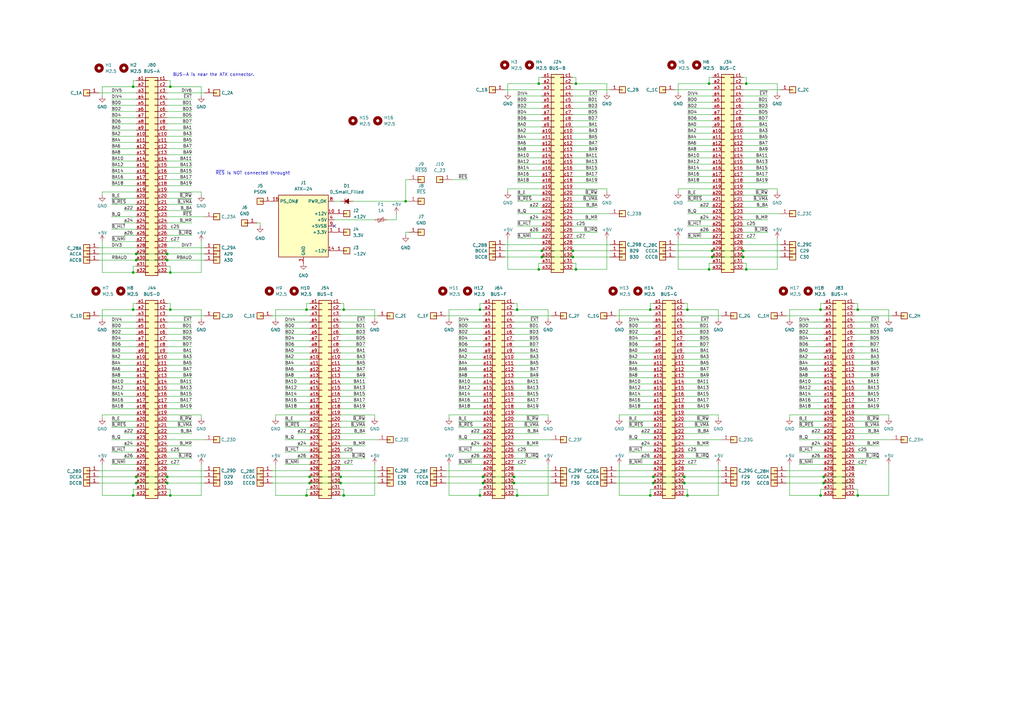
<source format=kicad_sch>
(kicad_sch (version 20231120) (generator "eeschema") (generator_version "8.0")
  (paper "A3")
  (title_block (title "CPU09BP7") (date "2025-01-31") (rev "v1.0") (company "100% Offner") (comment 1 "redraw from kees1948 FLEX and UniFLEX System"))
  (junction (at 68.58 198.12))
  (junction (at 222.25 102.87))
  (junction (at 140.97 203.2))
  (junction (at 55.88 104.14))
  (junction (at 140.97 127))
  (junction (at 69.85 127))
  (junction (at 337.82 195.58))
  (junction (at 267.97 198.12))
  (junction (at 336.55 127))
  (junction (at 267.97 195.58))
  (junction (at 290.83 34.29))
  (junction (at 55.88 198.12))
  (junction (at 292.1 102.87))
  (junction (at 54.61 35.56))
  (junction (at 54.61 127))
  (junction (at 139.7 198.12))
  (junction (at 304.8 102.87))
  (junction (at 280.67 195.58))
  (junction (at 69.85 203.2))
  (junction (at 306.07 110.49))
  (junction (at 336.55 203.2))
  (junction (at 127 195.58))
  (junction (at 198.12 195.58))
  (junction (at 54.61 203.2))
  (junction (at 69.85 111.76))
  (junction (at 351.79 127))
  (junction (at 351.79 203.2))
  (junction (at 212.09 127))
  (junction (at 196.85 203.2))
  (junction (at 281.94 203.2))
  (junction (at 212.09 203.2))
  (junction (at 236.22 34.29))
  (junction (at 210.82 198.12))
  (junction (at 281.94 127))
  (junction (at 290.83 110.49))
  (junction (at 68.58 104.14))
  (junction (at 337.82 198.12))
  (junction (at 139.7 195.58))
  (junction (at 266.7 203.2))
  (junction (at 210.82 195.58))
  (junction (at 54.61 111.76))
  (junction (at 127 198.12))
  (junction (at 125.73 203.2))
  (junction (at 234.95 102.87))
  (junction (at 55.88 106.68))
  (junction (at 220.98 110.49))
  (junction (at 68.58 106.68))
  (junction (at 280.67 198.12))
  (junction (at 236.22 110.49))
  (junction (at 196.85 127))
  (junction (at 220.98 34.29))
  (junction (at 55.88 195.58))
  (junction (at 222.25 105.41))
  (junction (at 198.12 198.12))
  (junction (at 306.07 34.29))
  (junction (at 266.7 127))
  (junction (at 234.95 105.41))
  (junction (at 166.37 82.55))
  (junction (at 125.73 127))
  (junction (at 304.8 105.41))
  (junction (at 68.58 195.58))
  (junction (at 292.1 105.41))
  (junction (at 69.85 35.56))
  (no_connect (at 137.16 92.71))
  (wire (pts (xy 210.82 142.24) (xy 220.98 142.24)))
  (wire (pts (xy 54.61 127) (xy 55.88 127)))
  (wire (pts (xy 290.83 110.49) (xy 278.13 110.49)))
  (wire (pts (xy 68.58 182.88) (xy 78.74 182.88)))
  (wire (pts (xy 276.86 100.33) (xy 292.1 100.33)))
  (wire (pts (xy 139.7 193.04) (xy 154.94 193.04)))
  (wire (pts (xy 45.72 154.94) (xy 55.88 154.94)))
  (wire (pts (xy 50.8 96.52) (xy 55.88 96.52)))
  (wire (pts (xy 45.72 180.34) (xy 55.88 180.34)))
  (wire (pts (xy 212.09 62.23) (xy 222.25 62.23)))
  (wire (pts (xy 139.7 154.94) (xy 149.86 154.94)))
  (wire (pts (xy 68.58 190.5) (xy 73.66 190.5)))
  (wire (pts (xy 45.72 134.62) (xy 55.88 134.62)))
  (wire (pts (xy 281.94 82.55) (xy 292.1 82.55)))
  (wire (pts (xy 212.09 82.55) (xy 222.25 82.55)))
  (wire (pts (xy 234.95 87.63) (xy 250.19 87.63)))
  (wire (pts (xy 332.74 177.8) (xy 337.82 177.8)))
  (wire (pts (xy 304.8 82.55) (xy 314.96 82.55)))
  (wire (pts (xy 45.72 144.78) (xy 55.88 144.78)))
  (wire (pts (xy 210.82 162.56) (xy 220.98 162.56)))
  (wire (pts (xy 212.09 52.07) (xy 222.25 52.07)))
  (wire (pts (xy 68.58 76.2) (xy 78.74 76.2)))
  (wire (pts (xy 68.58 45.72) (xy 78.74 45.72)))
  (wire (pts (xy 350.52 124.46) (xy 351.79 124.46)))
  (wire (pts (xy 41.91 111.76) (xy 41.91 99.06)))
  (wire (pts (xy 45.72 149.86) (xy 55.88 149.86)))
  (wire (pts (xy 234.95 39.37) (xy 245.11 39.37)))
  (wire (pts (xy 45.72 172.72) (xy 55.88 172.72)))
  (wire (pts (xy 327.66 144.78) (xy 337.82 144.78)))
  (wire (pts (xy 364.49 127) (xy 364.49 130.81)))
  (wire (pts (xy 68.58 187.96) (xy 78.74 187.96)))
  (wire (pts (xy 220.98 110.49) (xy 208.28 110.49)))
  (wire (pts (xy 254 170.18) (xy 267.97 170.18)))
  (wire (pts (xy 327.66 132.08) (xy 337.82 132.08)))
  (wire (pts (xy 257.81 185.42) (xy 267.97 185.42)))
  (wire (pts (xy 68.58 50.8) (xy 78.74 50.8)))
  (wire (pts (xy 68.58 63.5) (xy 78.74 63.5)))
  (wire (pts (xy 116.84 185.42) (xy 127 185.42)))
  (wire (pts (xy 327.66 165.1) (xy 337.82 165.1)))
  (wire (pts (xy 280.67 187.96) (xy 290.83 187.96)))
  (wire (pts (xy 210.82 157.48) (xy 220.98 157.48)))
  (wire (pts (xy 68.58 142.24) (xy 78.74 142.24)))
  (wire (pts (xy 68.58 53.34) (xy 78.74 53.34)))
  (wire (pts (xy 41.91 35.56) (xy 41.91 39.37)))
  (wire (pts (xy 208.28 77.47) (xy 208.28 78.74)))
  (wire (pts (xy 281.94 127) (xy 294.64 127)))
  (wire (pts (xy 68.58 48.26) (xy 78.74 48.26)))
  (wire (pts (xy 210.82 198.12) (xy 226.06 198.12)))
  (wire (pts (xy 336.55 127) (xy 337.82 127)))
  (wire (pts (xy 68.58 152.4) (xy 78.74 152.4)))
  (wire (pts (xy 68.58 134.62) (xy 78.74 134.62)))
  (wire (pts (xy 140.97 124.46) (xy 140.97 127)))
  (wire (pts (xy 280.67 137.16) (xy 290.83 137.16)))
  (wire (pts (xy 210.82 167.64) (xy 220.98 167.64)))
  (wire (pts (xy 212.09 46.99) (xy 222.25 46.99)))
  (wire (pts (xy 68.58 38.1) (xy 83.82 38.1)))
  (wire (pts (xy 54.61 200.66) (xy 54.61 203.2)))
  (wire (pts (xy 69.85 124.46) (xy 69.85 127)))
  (wire (pts (xy 337.82 203.2) (xy 336.55 203.2)))
  (wire (pts (xy 68.58 144.78) (xy 78.74 144.78)))
  (wire (pts (xy 276.86 105.41) (xy 292.1 105.41)))
  (wire (pts (xy 68.58 109.22) (xy 69.85 109.22)))
  (wire (pts (xy 50.8 187.96) (xy 55.88 187.96)))
  (wire (pts (xy 350.52 170.18) (xy 364.49 170.18)))
  (wire (pts (xy 234.95 67.31) (xy 245.11 67.31)))
  (wire (pts (xy 166.37 96.52) (xy 166.37 95.25)))
  (wire (pts (xy 139.7 182.88) (xy 149.86 182.88)))
  (wire (pts (xy 234.95 49.53) (xy 245.11 49.53)))
  (wire (pts (xy 187.96 172.72) (xy 198.12 172.72)))
  (wire (pts (xy 182.88 198.12) (xy 198.12 198.12)))
  (wire (pts (xy 210.82 144.78) (xy 220.98 144.78)))
  (wire (pts (xy 234.95 57.15) (xy 245.11 57.15)))
  (wire (pts (xy 257.81 172.72) (xy 267.97 172.72)))
  (wire (pts (xy 287.02 95.25) (xy 292.1 95.25)))
  (wire (pts (xy 280.67 170.18) (xy 294.64 170.18)))
  (wire (pts (xy 281.94 54.61) (xy 292.1 54.61)))
  (wire (pts (xy 45.72 68.58) (xy 55.88 68.58)))
  (wire (pts (xy 187.96 137.16) (xy 198.12 137.16)))
  (wire (pts (xy 139.7 137.16) (xy 149.86 137.16)))
  (wire (pts (xy 280.67 182.88) (xy 290.83 182.88)))
  (wire (pts (xy 234.95 100.33) (xy 250.19 100.33)))
  (wire (pts (xy 234.95 44.45) (xy 245.11 44.45)))
  (wire (pts (xy 290.83 34.29) (xy 292.1 34.29)))
  (wire (pts (xy 45.72 132.08) (xy 55.88 132.08)))
  (wire (pts (xy 182.88 129.54) (xy 198.12 129.54)))
  (wire (pts (xy 111.76 193.04) (xy 127 193.04)))
  (wire (pts (xy 196.85 200.66) (xy 196.85 203.2)))
  (wire (pts (xy 337.82 195.58) (xy 350.52 195.58)))
  (wire (pts (xy 116.84 167.64) (xy 127 167.64)))
  (wire (pts (xy 82.55 170.18) (xy 82.55 171.45)))
  (wire (pts (xy 304.8 80.01) (xy 314.96 80.01)))
  (wire (pts (xy 139.7 203.2) (xy 140.97 203.2)))
  (wire (pts (xy 45.72 45.72) (xy 55.88 45.72)))
  (wire (pts (xy 68.58 198.12) (xy 83.82 198.12)))
  (wire (pts (xy 68.58 154.94) (xy 78.74 154.94)))
  (wire (pts (xy 212.09 127) (xy 224.79 127)))
  (wire (pts (xy 45.72 175.26) (xy 55.88 175.26)))
  (wire (pts (xy 45.72 139.7) (xy 55.88 139.7)))
  (wire (pts (xy 212.09 92.71) (xy 222.25 92.71)))
  (wire (pts (xy 41.91 127) (xy 41.91 130.81)))
  (wire (pts (xy 54.61 35.56) (xy 55.88 35.56)))
  (wire (pts (xy 139.7 134.62) (xy 149.86 134.62)))
  (wire (pts (xy 139.7 175.26) (xy 149.86 175.26)))
  (wire (pts (xy 125.73 124.46) (xy 125.73 127)))
  (wire (pts (xy 234.95 54.61) (xy 245.11 54.61)))
  (wire (pts (xy 116.84 180.34) (xy 127 180.34)))
  (wire (pts (xy 257.81 162.56) (xy 267.97 162.56)))
  (wire (pts (xy 212.09 87.63) (xy 222.25 87.63)))
  (wire (pts (xy 220.98 34.29) (xy 222.25 34.29)))
  (wire (pts (xy 280.67 162.56) (xy 290.83 162.56)))
  (wire (pts (xy 290.83 31.75) (xy 290.83 34.29)))
  (wire (pts (xy 234.95 90.17) (xy 245.11 90.17)))
  (wire (pts (xy 116.84 154.94) (xy 127 154.94)))
  (wire (pts (xy 267.97 203.2) (xy 266.7 203.2)))
  (wire (pts (xy 139.7 147.32) (xy 149.86 147.32)))
  (wire (pts (xy 139.7 139.7) (xy 149.86 139.7)))
  (wire (pts (xy 254 203.2) (xy 254 190.5)))
  (wire (pts (xy 280.67 177.8) (xy 290.83 177.8)))
  (wire (pts (xy 184.15 170.18) (xy 198.12 170.18)))
  (wire (pts (xy 210.82 187.96) (xy 220.98 187.96)))
  (wire (pts (xy 55.88 111.76) (xy 54.61 111.76)))
  (wire (pts (xy 257.81 152.4) (xy 267.97 152.4)))
  (wire (pts (xy 222.25 107.95) (xy 220.98 107.95)))
  (wire (pts (xy 139.7 198.12) (xy 154.94 198.12)))
  (wire (pts (xy 323.85 170.18) (xy 323.85 171.45)))
  (wire (pts (xy 140.97 203.2) (xy 153.67 203.2)))
  (wire (pts (xy 139.7 129.54) (xy 154.94 129.54)))
  (wire (pts (xy 212.09 59.69) (xy 222.25 59.69)))
  (wire (pts (xy 210.82 175.26) (xy 220.98 175.26)))
  (wire (pts (xy 69.85 35.56) (xy 68.58 35.56)))
  (wire (pts (xy 139.7 152.4) (xy 149.86 152.4)))
  (wire (pts (xy 280.67 154.94) (xy 290.83 154.94)))
  (wire (pts (xy 45.72 73.66) (xy 55.88 73.66)))
  (wire (pts (xy 198.12 203.2) (xy 196.85 203.2)))
  (wire (pts (xy 280.67 144.78) (xy 290.83 144.78)))
  (wire (pts (xy 350.52 132.08) (xy 360.68 132.08)))
  (wire (pts (xy 280.67 198.12) (xy 295.91 198.12)))
  (wire (pts (xy 210.82 124.46) (xy 212.09 124.46)))
  (wire (pts (xy 68.58 203.2) (xy 69.85 203.2)))
  (wire (pts (xy 327.66 175.26) (xy 337.82 175.26)))
  (wire (pts (xy 212.09 97.79) (xy 222.25 97.79)))
  (wire (pts (xy 281.94 64.77) (xy 292.1 64.77)))
  (wire (pts (xy 336.55 200.66) (xy 336.55 203.2)))
  (wire (pts (xy 127 203.2) (xy 125.73 203.2)))
  (wire (pts (xy 290.83 107.95) (xy 290.83 110.49)))
  (wire (pts (xy 304.8 49.53) (xy 314.96 49.53)))
  (wire (pts (xy 280.67 175.26) (xy 290.83 175.26)))
  (wire (pts (xy 276.86 36.83) (xy 292.1 36.83)))
  (wire (pts (xy 68.58 58.42) (xy 78.74 58.42)))
  (wire (pts (xy 45.72 71.12) (xy 55.88 71.12)))
  (wire (pts (xy 210.82 134.62) (xy 220.98 134.62)))
  (wire (pts (xy 139.7 167.64) (xy 149.86 167.64)))
  (wire (pts (xy 187.96 142.24) (xy 198.12 142.24)))
  (wire (pts (xy 267.97 200.66) (xy 266.7 200.66)))
  (wire (pts (xy 45.72 157.48) (xy 55.88 157.48)))
  (wire (pts (xy 304.8 97.79) (xy 309.88 97.79)))
  (wire (pts (xy 127 198.12) (xy 139.7 198.12)))
  (wire (pts (xy 266.7 124.46) (xy 266.7 127)))
  (wire (pts (xy 287.02 85.09) (xy 292.1 85.09)))
  (wire (pts (xy 327.66 157.48) (xy 337.82 157.48)))
  (wire (pts (xy 41.91 78.74) (xy 55.88 78.74)))
  (wire (pts (xy 116.84 132.08) (xy 127 132.08)))
  (wire (pts (xy 224.79 203.2) (xy 224.79 190.5)))
  (wire (pts (xy 234.95 92.71) (xy 240.03 92.71)))
  (wire (pts (xy 68.58 149.86) (xy 78.74 149.86)))
  (wire (pts (xy 337.82 200.66) (xy 336.55 200.66)))
  (wire (pts (xy 184.15 170.18) (xy 184.15 171.45)))
  (wire (pts (xy 193.04 182.88) (xy 198.12 182.88)))
  (wire (pts (xy 210.82 190.5) (xy 215.9 190.5)))
  (wire (pts (xy 68.58 200.66) (xy 69.85 200.66)))
  (wire (pts (xy 222.25 110.49) (xy 220.98 110.49)))
  (wire (pts (xy 234.95 62.23) (xy 245.11 62.23)))
  (wire (pts (xy 68.58 193.04) (xy 83.82 193.04)))
  (wire (pts (xy 336.55 127) (xy 323.85 127)))
  (wire (pts (xy 212.09 72.39) (xy 222.25 72.39)))
  (wire (pts (xy 68.58 180.34) (xy 83.82 180.34)))
  (wire (pts (xy 234.95 36.83) (xy 250.19 36.83)))
  (wire (pts (xy 45.72 162.56) (xy 55.88 162.56)))
  (wire (pts (xy 280.67 147.32) (xy 290.83 147.32)))
  (wire (pts (xy 45.72 76.2) (xy 55.88 76.2)))
  (wire (pts (xy 234.95 80.01) (xy 245.11 80.01)))
  (wire (pts (xy 198.12 195.58) (xy 210.82 195.58)))
  (wire (pts (xy 257.81 134.62) (xy 267.97 134.62)))
  (wire (pts (xy 278.13 34.29) (xy 278.13 38.1)))
  (wire (pts (xy 322.58 193.04) (xy 337.82 193.04)))
  (wire (pts (xy 55.88 106.68) (xy 68.58 106.68)))
  (wire (pts (xy 153.67 127) (xy 153.67 130.81)))
  (wire (pts (xy 55.88 198.12) (xy 68.58 198.12)))
  (wire (pts (xy 210.82 165.1) (xy 220.98 165.1)))
  (wire (pts (xy 212.09 200.66) (xy 212.09 203.2)))
  (wire (pts (xy 45.72 81.28) (xy 55.88 81.28)))
  (wire (pts (xy 207.01 36.83) (xy 222.25 36.83)))
  (wire (pts (xy 327.66 142.24) (xy 337.82 142.24)))
  (wire (pts (xy 55.88 104.14) (xy 68.58 104.14)))
  (wire (pts (xy 139.7 200.66) (xy 140.97 200.66)))
  (wire (pts (xy 45.72 43.18) (xy 55.88 43.18)))
  (wire (pts (xy 304.8 69.85) (xy 314.96 69.85)))
  (wire (pts (xy 304.8 31.75) (xy 306.07 31.75)))
  (wire (pts (xy 234.95 110.49) (xy 236.22 110.49)))
  (wire (pts (xy 54.61 127) (xy 41.91 127)))
  (wire (pts (xy 187.96 132.08) (xy 198.12 132.08)))
  (wire (pts (xy 198.12 198.12) (xy 210.82 198.12)))
  (wire (pts (xy 187.96 175.26) (xy 198.12 175.26)))
  (wire (pts (xy 304.8 36.83) (xy 320.04 36.83)))
  (wire (pts (xy 40.64 198.12) (xy 55.88 198.12)))
  (wire (pts (xy 50.8 177.8) (xy 55.88 177.8)))
  (wire (pts (xy 82.55 78.74) (xy 82.55 80.01)))
  (wire (pts (xy 208.28 34.29) (xy 208.28 38.1)))
  (wire (pts (xy 280.67 167.64) (xy 290.83 167.64)))
  (wire (pts (xy 54.61 35.56) (xy 41.91 35.56)))
  (wire (pts (xy 139.7 172.72) (xy 149.86 172.72)))
  (wire (pts (xy 350.52 172.72) (xy 360.68 172.72)))
  (wire (pts (xy 220.98 31.75) (xy 220.98 34.29)))
  (wire (pts (xy 322.58 195.58) (xy 337.82 195.58)))
  (wire (pts (xy 40.64 101.6) (xy 55.88 101.6)))
  (wire (pts (xy 304.8 95.25) (xy 314.96 95.25)))
  (wire (pts (xy 281.94 49.53) (xy 292.1 49.53)))
  (wire (pts (xy 40.64 106.68) (xy 55.88 106.68)))
  (wire (pts (xy 217.17 85.09) (xy 222.25 85.09)))
  (wire (pts (xy 280.67 160.02) (xy 290.83 160.02)))
  (wire (pts (xy 50.8 182.88) (xy 55.88 182.88)))
  (wire (pts (xy 234.95 77.47) (xy 248.92 77.47)))
  (wire (pts (xy 332.74 182.88) (xy 337.82 182.88)))
  (wire (pts (xy 332.74 187.96) (xy 337.82 187.96)))
  (wire (pts (xy 294.64 170.18) (xy 294.64 171.45)))
  (wire (pts (xy 41.91 203.2) (xy 41.91 190.5)))
  (wire (pts (xy 234.95 74.93) (xy 245.11 74.93)))
  (wire (pts (xy 40.64 195.58) (xy 55.88 195.58)))
  (wire (pts (xy 323.85 170.18) (xy 337.82 170.18)))
  (wire (pts (xy 281.94 46.99) (xy 292.1 46.99)))
  (wire (pts (xy 350.52 185.42) (xy 355.6 185.42)))
  (wire (pts (xy 116.84 165.1) (xy 127 165.1)))
  (wire (pts (xy 187.96 157.48) (xy 198.12 157.48)))
  (wire (pts (xy 212.09 124.46) (xy 212.09 127)))
  (wire (pts (xy 207.01 100.33) (xy 222.25 100.33)))
  (wire (pts (xy 187.96 160.02) (xy 198.12 160.02)))
  (wire (pts (xy 281.94 74.93) (xy 292.1 74.93)))
  (wire (pts (xy 304.8 100.33) (xy 320.04 100.33)))
  (wire (pts (xy 68.58 93.98) (xy 73.66 93.98)))
  (wire (pts (xy 351.79 127) (xy 364.49 127)))
  (wire (pts (xy 55.88 203.2) (xy 54.61 203.2)))
  (wire (pts (xy 280.67 152.4) (xy 290.83 152.4)))
  (wire (pts (xy 41.91 78.74) (xy 41.91 80.01)))
  (wire (pts (xy 45.72 83.82) (xy 55.88 83.82)))
  (wire (pts (xy 292.1 110.49) (xy 290.83 110.49)))
  (wire (pts (xy 350.52 187.96) (xy 360.68 187.96)))
  (wire (pts (xy 304.8 46.99) (xy 314.96 46.99)))
  (wire (pts (xy 139.7 142.24) (xy 149.86 142.24)))
  (wire (pts (xy 281.94 97.79) (xy 292.1 97.79)))
  (wire (pts (xy 68.58 195.58) (xy 83.82 195.58)))
  (wire (pts (xy 350.52 142.24) (xy 360.68 142.24)))
  (wire (pts (xy 50.8 86.36) (xy 55.88 86.36)))
  (wire (pts (xy 234.95 59.69) (xy 245.11 59.69)))
  (wire (pts (xy 234.95 97.79) (xy 240.03 97.79)))
  (wire (pts (xy 350.52 134.62) (xy 360.68 134.62)))
  (wire (pts (xy 254 127) (xy 254 130.81)))
  (wire (pts (xy 364.49 203.2) (xy 364.49 190.5)))
  (wire (pts (xy 68.58 165.1) (xy 78.74 165.1)))
  (wire (pts (xy 217.17 95.25) (xy 222.25 95.25)))
  (wire (pts (xy 280.67 165.1) (xy 290.83 165.1)))
  (wire (pts (xy 280.67 129.54) (xy 295.91 129.54)))
  (wire (pts (xy 350.52 149.86) (xy 360.68 149.86)))
  (wire (pts (xy 187.96 134.62) (xy 198.12 134.62)))
  (wire (pts (xy 281.94 92.71) (xy 292.1 92.71)))
  (wire (pts (xy 68.58 99.06) (xy 73.66 99.06)))
  (wire (pts (xy 212.09 49.53) (xy 222.25 49.53)))
  (wire (pts (xy 210.82 195.58) (xy 226.06 195.58)))
  (wire (pts (xy 121.92 182.88) (xy 127 182.88)))
  (wire (pts (xy 210.82 180.34) (xy 226.06 180.34)))
  (wire (pts (xy 210.82 185.42) (xy 215.9 185.42)))
  (wire (pts (xy 364.49 170.18) (xy 364.49 171.45)))
  (wire (pts (xy 304.8 62.23) (xy 314.96 62.23)))
  (wire (pts (xy 45.72 142.24) (xy 55.88 142.24)))
  (wire (pts (xy 45.72 60.96) (xy 55.88 60.96)))
  (wire (pts (xy 40.64 38.1) (xy 55.88 38.1)))
  (wire (pts (xy 257.81 157.48) (xy 267.97 157.48)))
  (wire (pts (xy 121.92 177.8) (xy 127 177.8)))
  (wire (pts (xy 351.79 200.66) (xy 351.79 203.2)))
  (wire (pts (xy 323.85 203.2) (xy 323.85 190.5)))
  (wire (pts (xy 162.56 87.63) (xy 162.56 90.17)))
  (wire (pts (xy 139.7 157.48) (xy 149.86 157.48)))
  (wire (pts (xy 281.94 39.37) (xy 292.1 39.37)))
  (wire (pts (xy 113.03 170.18) (xy 113.03 171.45)))
  (wire (pts (xy 234.95 31.75) (xy 236.22 31.75)))
  (wire (pts (xy 68.58 96.52) (xy 78.74 96.52)))
  (wire (pts (xy 116.84 134.62) (xy 127 134.62)))
  (wire (pts (xy 294.64 127) (xy 294.64 130.81)))
  (wire (pts (xy 350.52 165.1) (xy 360.68 165.1)))
  (wire (pts (xy 212.09 41.91) (xy 222.25 41.91)))
  (wire (pts (xy 69.85 111.76) (xy 82.55 111.76)))
  (wire (pts (xy 139.7 132.08) (xy 149.86 132.08)))
  (wire (pts (xy 208.28 110.49) (xy 208.28 97.79)))
  (wire (pts (xy 327.66 162.56) (xy 337.82 162.56)))
  (wire (pts (xy 207.01 102.87) (xy 222.25 102.87)))
  (wire (pts (xy 257.81 154.94) (xy 267.97 154.94)))
  (wire (pts (xy 54.61 109.22) (xy 54.61 111.76)))
  (wire (pts (xy 158.75 90.17) (xy 162.56 90.17)))
  (wire (pts (xy 304.8 105.41) (xy 320.04 105.41)))
  (wire (pts (xy 257.81 142.24) (xy 267.97 142.24)))
  (wire (pts (xy 187.96 144.78) (xy 198.12 144.78)))
  (wire (pts (xy 350.52 152.4) (xy 360.68 152.4)))
  (wire (pts (xy 304.8 90.17) (xy 314.96 90.17)))
  (wire (pts (xy 125.73 200.66) (xy 125.73 203.2)))
  (wire (pts (xy 327.66 137.16) (xy 337.82 137.16)))
  (wire (pts (xy 68.58 91.44) (xy 78.74 91.44)))
  (wire (pts (xy 121.92 187.96) (xy 127 187.96)))
  (wire (pts (xy 327.66 172.72) (xy 337.82 172.72)))
  (wire (pts (xy 350.52 154.94) (xy 360.68 154.94)))
  (wire (pts (xy 281.94 67.31) (xy 292.1 67.31)))
  (wire (pts (xy 234.95 52.07) (xy 245.11 52.07)))
  (wire (pts (xy 187.96 147.32) (xy 198.12 147.32)))
  (wire (pts (xy 267.97 195.58) (xy 280.67 195.58)))
  (wire (pts (xy 281.94 44.45) (xy 292.1 44.45)))
  (wire (pts (xy 304.8 52.07) (xy 314.96 52.07)))
  (wire (pts (xy 68.58 160.02) (xy 78.74 160.02)))
  (wire (pts (xy 116.84 142.24) (xy 127 142.24)))
  (wire (pts (xy 212.09 44.45) (xy 222.25 44.45)))
  (wire (pts (xy 68.58 129.54) (xy 83.82 129.54)))
  (wire (pts (xy 68.58 167.64) (xy 78.74 167.64)))
  (wire (pts (xy 139.7 160.02) (xy 149.86 160.02)))
  (wire (pts (xy 234.95 41.91) (xy 245.11 41.91)))
  (wire (pts (xy 55.88 200.66) (xy 54.61 200.66)))
  (wire (pts (xy 236.22 34.29) (xy 234.95 34.29)))
  (wire (pts (xy 281.94 72.39) (xy 292.1 72.39)))
  (wire (pts (xy 280.67 134.62) (xy 290.83 134.62)))
  (wire (pts (xy 45.72 40.64) (xy 55.88 40.64)))
  (wire (pts (xy 140.97 127) (xy 139.7 127)))
  (wire (pts (xy 45.72 99.06) (xy 55.88 99.06)))
  (wire (pts (xy 222.25 105.41) (xy 234.95 105.41)))
  (wire (pts (xy 234.95 102.87) (xy 250.19 102.87)))
  (wire (pts (xy 187.96 149.86) (xy 198.12 149.86)))
  (wire (pts (xy 116.84 144.78) (xy 127 144.78)))
  (wire (pts (xy 267.97 124.46) (xy 266.7 124.46)))
  (wire (pts (xy 113.03 170.18) (xy 127 170.18)))
  (wire (pts (xy 220.98 34.29) (xy 208.28 34.29)))
  (wire (pts (xy 139.7 144.78) (xy 149.86 144.78)))
  (wire (pts (xy 281.94 80.01) (xy 292.1 80.01)))
  (wire (pts (xy 82.55 203.2) (xy 82.55 190.5)))
  (wire (pts (xy 281.94 127) (xy 280.67 127)))
  (wire (pts (xy 139.7 170.18) (xy 153.67 170.18)))
  (wire (pts (xy 55.88 195.58) (xy 68.58 195.58)))
  (wire (pts (xy 350.52 157.48) (xy 360.68 157.48)))
  (wire (pts (xy 336.55 203.2) (xy 323.85 203.2)))
  (wire (pts (xy 116.84 149.86) (xy 127 149.86)))
  (wire (pts (xy 116.84 162.56) (xy 127 162.56)))
  (wire (pts (xy 45.72 66.04) (xy 55.88 66.04)))
  (wire (pts (xy 292.1 105.41) (xy 304.8 105.41)))
  (wire (pts (xy 281.94 124.46) (xy 281.94 127)))
  (wire (pts (xy 327.66 180.34) (xy 337.82 180.34)))
  (wire (pts (xy 198.12 200.66) (xy 196.85 200.66)))
  (wire (pts (xy 290.83 34.29) (xy 278.13 34.29)))
  (wire (pts (xy 210.82 137.16) (xy 220.98 137.16)))
  (wire (pts (xy 187.96 162.56) (xy 198.12 162.56)))
  (wire (pts (xy 350.52 137.16) (xy 360.68 137.16)))
  (wire (pts (xy 45.72 63.5) (xy 55.88 63.5)))
  (wire (pts (xy 139.7 162.56) (xy 149.86 162.56)))
  (wire (pts (xy 207.01 105.41) (xy 222.25 105.41)))
  (wire (pts (xy 318.77 34.29) (xy 318.77 38.1)))
  (wire (pts (xy 306.07 110.49) (xy 318.77 110.49)))
  (wire (pts (xy 336.55 124.46) (xy 336.55 127)))
  (wire (pts (xy 212.09 203.2) (xy 224.79 203.2)))
  (wire (pts (xy 187.96 167.64) (xy 198.12 167.64)))
  (wire (pts (xy 257.81 137.16) (xy 267.97 137.16)))
  (wire (pts (xy 139.7 180.34) (xy 154.94 180.34)))
  (wire (pts (xy 212.09 67.31) (xy 222.25 67.31)))
  (wire (pts (xy 304.8 59.69) (xy 314.96 59.69)))
  (wire (pts (xy 55.88 124.46) (xy 54.61 124.46)))
  (wire (pts (xy 184.15 203.2) (xy 184.15 190.5)))
  (wire (pts (xy 257.81 132.08) (xy 267.97 132.08)))
  (wire (pts (xy 280.67 172.72) (xy 290.83 172.72)))
  (wire (pts (xy 69.85 203.2) (xy 82.55 203.2)))
  (wire (pts (xy 41.91 170.18) (xy 41.91 171.45)))
  (wire (pts (xy 234.95 72.39) (xy 245.11 72.39)))
  (wire (pts (xy 40.64 193.04) (xy 55.88 193.04)))
  (wire (pts (xy 68.58 71.12) (xy 78.74 71.12)))
  (wire (pts (xy 327.66 152.4) (xy 337.82 152.4)))
  (wire (pts (xy 193.04 187.96) (xy 198.12 187.96)))
  (wire (pts (xy 45.72 93.98) (xy 55.88 93.98)))
  (wire (pts (xy 41.91 170.18) (xy 55.88 170.18)))
  (wire (pts (xy 304.8 87.63) (xy 320.04 87.63)))
  (wire (pts (xy 139.7 149.86) (xy 149.86 149.86)))
  (wire (pts (xy 55.88 33.02) (xy 54.61 33.02)))
  (wire (pts (xy 68.58 43.18) (xy 78.74 43.18)))
  (wire (pts (xy 327.66 167.64) (xy 337.82 167.64)))
  (wire (pts (xy 68.58 137.16) (xy 78.74 137.16)))
  (wire (pts (xy 257.81 149.86) (xy 267.97 149.86)))
  (wire (pts (xy 280.67 190.5) (xy 285.75 190.5)))
  (wire (pts (xy 68.58 86.36) (xy 78.74 86.36)))
  (wire (pts (xy 68.58 66.04) (xy 78.74 66.04)))
  (wire (pts (xy 350.52 147.32) (xy 360.68 147.32)))
  (wire (pts (xy 69.85 109.22) (xy 69.85 111.76)))
  (wire (pts (xy 187.96 139.7) (xy 198.12 139.7)))
  (wire (pts (xy 210.82 182.88) (xy 220.98 182.88)))
  (wire (pts (xy 281.94 62.23) (xy 292.1 62.23)))
  (wire (pts (xy 111.76 129.54) (xy 127 129.54)))
  (wire (pts (xy 68.58 33.02) (xy 69.85 33.02)))
  (wire (pts (xy 153.67 90.17) (xy 137.16 90.17)))
  (wire (pts (xy 54.61 203.2) (xy 41.91 203.2)))
  (wire (pts (xy 210.82 200.66) (xy 212.09 200.66)))
  (wire (pts (xy 304.8 67.31) (xy 314.96 67.31)))
  (wire (pts (xy 106.68 92.71) (xy 106.68 91.44)))
  (wire (pts (xy 50.8 91.44) (xy 55.88 91.44)))
  (wire (pts (xy 196.85 124.46) (xy 196.85 127)))
  (wire (pts (xy 351.79 127) (xy 350.52 127)))
  (wire (pts (xy 280.67 132.08) (xy 290.83 132.08)))
  (wire (pts (xy 248.92 34.29) (xy 248.92 38.1)))
  (wire (pts (xy 212.09 57.15) (xy 222.25 57.15)))
  (wire (pts (xy 280.67 149.86) (xy 290.83 149.86)))
  (wire (pts (xy 82.55 35.56) (xy 82.55 39.37)))
  (wire (pts (xy 68.58 73.66) (xy 78.74 73.66)))
  (wire (pts (xy 234.95 85.09) (xy 245.11 85.09)))
  (wire (pts (xy 327.66 160.02) (xy 337.82 160.02)))
  (wire (pts (xy 68.58 81.28) (xy 78.74 81.28)))
  (wire (pts (xy 304.8 54.61) (xy 314.96 54.61)))
  (wire (pts (xy 116.84 152.4) (xy 127 152.4)))
  (wire (pts (xy 280.67 195.58) (xy 295.91 195.58)))
  (wire (pts (xy 304.8 74.93) (xy 314.96 74.93)))
  (wire (pts (xy 212.09 127) (xy 210.82 127)))
  (wire (pts (xy 327.66 149.86) (xy 337.82 149.86)))
  (wire (pts (xy 280.67 139.7) (xy 290.83 139.7)))
  (wire (pts (xy 304.8 39.37) (xy 314.96 39.37)))
  (wire (pts (xy 236.22 107.95) (xy 236.22 110.49)))
  (wire (pts (xy 262.89 177.8) (xy 267.97 177.8)))
  (wire (pts (xy 139.7 177.8) (xy 149.86 177.8)))
  (wire (pts (xy 266.7 127) (xy 267.97 127)))
  (wire (pts (xy 280.67 124.46) (xy 281.94 124.46)))
  (wire (pts (xy 350.52 129.54) (xy 365.76 129.54)))
  (wire (pts (xy 116.84 157.48) (xy 127 157.48)))
  (wire (pts (xy 280.67 180.34) (xy 295.91 180.34)))
  (wire (pts (xy 68.58 170.18) (xy 82.55 170.18)))
  (wire (pts (xy 281.94 52.07) (xy 292.1 52.07)))
  (wire (pts (xy 257.81 180.34) (xy 267.97 180.34)))
  (wire (pts (xy 323.85 127) (xy 323.85 130.81)))
  (wire (pts (xy 281.94 87.63) (xy 292.1 87.63)))
  (wire (pts (xy 262.89 187.96) (xy 267.97 187.96)))
  (wire (pts (xy 266.7 203.2) (xy 254 203.2)))
  (wire (pts (xy 281.94 203.2) (xy 294.64 203.2)))
  (wire (pts (xy 68.58 68.58) (xy 78.74 68.58)))
  (wire (pts (xy 280.67 185.42) (xy 285.75 185.42)))
  (wire (pts (xy 234.95 46.99) (xy 245.11 46.99)))
  (wire (pts (xy 153.67 203.2) (xy 153.67 190.5)))
  (wire (pts (xy 210.82 172.72) (xy 220.98 172.72)))
  (wire (pts (xy 182.88 193.04) (xy 198.12 193.04)))
  (wire (pts (xy 45.72 152.4) (xy 55.88 152.4)))
  (wire (pts (xy 68.58 88.9) (xy 83.82 88.9)))
  (wire (pts (xy 281.94 69.85) (xy 292.1 69.85)))
  (wire (pts (xy 234.95 107.95) (xy 236.22 107.95)))
  (wire (pts (xy 224.79 127) (xy 224.79 130.81)))
  (wire (pts (xy 45.72 55.88) (xy 55.88 55.88)))
  (wire (pts (xy 217.17 90.17) (xy 222.25 90.17)))
  (wire (pts (xy 257.81 160.02) (xy 267.97 160.02)))
  (wire (pts (xy 280.67 203.2) (xy 281.94 203.2)))
  (wire (pts (xy 125.73 203.2) (xy 113.03 203.2)))
  (wire (pts (xy 54.61 111.76) (xy 41.91 111.76)))
  (wire (pts (xy 222.25 31.75) (xy 220.98 31.75)))
  (wire (pts (xy 337.82 124.46) (xy 336.55 124.46)))
  (wire (pts (xy 45.72 165.1) (xy 55.88 165.1)))
  (wire (pts (xy 40.64 104.14) (xy 55.88 104.14)))
  (wire (pts (xy 45.72 137.16) (xy 55.88 137.16)))
  (wire (pts (xy 166.37 73.66) (xy 166.37 82.55)))
  (wire (pts (xy 337.82 198.12) (xy 350.52 198.12)))
  (wire (pts (xy 153.67 170.18) (xy 153.67 171.45)))
  (wire (pts (xy 257.81 175.26) (xy 267.97 175.26)))
  (wire (pts (xy 327.66 147.32) (xy 337.82 147.32)))
  (wire (pts (xy 210.82 149.86) (xy 220.98 149.86)))
  (wire (pts (xy 45.72 50.8) (xy 55.88 50.8)))
  (wire (pts (xy 196.85 203.2) (xy 184.15 203.2)))
  (wire (pts (xy 139.7 187.96) (xy 149.86 187.96)))
  (wire (pts (xy 68.58 60.96) (xy 78.74 60.96)))
  (wire (pts (xy 278.13 77.47) (xy 292.1 77.47)))
  (wire (pts (xy 252.73 198.12) (xy 267.97 198.12)))
  (wire (pts (xy 187.96 154.94) (xy 198.12 154.94)))
  (wire (pts (xy 116.84 137.16) (xy 127 137.16)))
  (wire (pts (xy 287.02 90.17) (xy 292.1 90.17)))
  (wire (pts (xy 68.58 175.26) (xy 78.74 175.26)))
  (wire (pts (xy 68.58 40.64) (xy 78.74 40.64)))
  (wire (pts (xy 187.96 165.1) (xy 198.12 165.1)))
  (wire (pts (xy 68.58 101.6) (xy 83.82 101.6)))
  (wire (pts (xy 127 124.46) (xy 125.73 124.46)))
  (wire (pts (xy 45.72 147.32) (xy 55.88 147.32)))
  (wire (pts (xy 212.09 69.85) (xy 222.25 69.85)))
  (wire (pts (xy 69.85 33.02) (xy 69.85 35.56)))
  (wire (pts (xy 234.95 64.77) (xy 245.11 64.77)))
  (wire (pts (xy 113.03 127) (xy 113.03 130.81)))
  (wire (pts (xy 281.94 41.91) (xy 292.1 41.91)))
  (wire (pts (xy 116.84 139.7) (xy 127 139.7)))
  (wire (pts (xy 350.52 162.56) (xy 360.68 162.56)))
  (wire (pts (xy 116.84 147.32) (xy 127 147.32)))
  (wire (pts (xy 257.81 139.7) (xy 267.97 139.7)))
  (wire (pts (xy 68.58 162.56) (xy 78.74 162.56)))
  (wire (pts (xy 210.82 154.94) (xy 220.98 154.94)))
  (wire (pts (xy 106.68 91.44) (xy 105.41 91.44)))
  (wire (pts (xy 350.52 160.02) (xy 360.68 160.02)))
  (wire (pts (xy 187.96 190.5) (xy 198.12 190.5)))
  (wire (pts (xy 266.7 200.66) (xy 266.7 203.2)))
  (wire (pts (xy 68.58 106.68) (xy 83.82 106.68)))
  (wire (pts (xy 350.52 144.78) (xy 360.68 144.78)))
  (wire (pts (xy 187.96 185.42) (xy 198.12 185.42)))
  (wire (pts (xy 280.67 200.66) (xy 281.94 200.66)))
  (wire (pts (xy 212.09 74.93) (xy 222.25 74.93)))
  (wire (pts (xy 210.82 152.4) (xy 220.98 152.4)))
  (wire (pts (xy 252.73 195.58) (xy 267.97 195.58)))
  (wire (pts (xy 304.8 107.95) (xy 306.07 107.95)))
  (wire (pts (xy 116.84 175.26) (xy 127 175.26)))
  (wire (pts (xy 248.92 110.49) (xy 248.92 97.79)))
  (wire (pts (xy 140.97 127) (xy 153.67 127)))
  (wire (pts (xy 350.52 139.7) (xy 360.68 139.7)))
  (wire (pts (xy 166.37 95.25) (xy 167.64 95.25)))
  (wire (pts (xy 220.98 107.95) (xy 220.98 110.49)))
  (wire (pts (xy 281.94 59.69) (xy 292.1 59.69)))
  (wire (pts (xy 187.96 180.34) (xy 198.12 180.34)))
  (wire (pts (xy 187.96 152.4) (xy 198.12 152.4)))
  (wire (pts (xy 280.67 157.48) (xy 290.83 157.48)))
  (wire (pts (xy 68.58 78.74) (xy 82.55 78.74)))
  (wire (pts (xy 68.58 177.8) (xy 78.74 177.8)))
  (wire (pts (xy 262.89 182.88) (xy 267.97 182.88)))
  (wire (pts (xy 212.09 39.37) (xy 222.25 39.37)))
  (wire (pts (xy 68.58 132.08) (xy 78.74 132.08)))
  (wire (pts (xy 68.58 124.46) (xy 69.85 124.46)))
  (wire (pts (xy 69.85 200.66) (xy 69.85 203.2)))
  (wire (pts (xy 69.85 127) (xy 68.58 127)))
  (wire (pts (xy 68.58 172.72) (xy 78.74 172.72)))
  (wire (pts (xy 327.66 154.94) (xy 337.82 154.94)))
  (wire (pts (xy 184.15 127) (xy 184.15 130.81)))
  (wire (pts (xy 304.8 44.45) (xy 314.96 44.45)))
  (wire (pts (xy 327.66 190.5) (xy 337.82 190.5)))
  (wire (pts (xy 267.97 198.12) (xy 280.67 198.12)))
  (wire (pts (xy 234.95 82.55) (xy 245.11 82.55)))
  (wire (pts (xy 257.81 190.5) (xy 267.97 190.5)))
  (wire (pts (xy 208.28 77.47) (xy 222.25 77.47)))
  (wire (pts (xy 116.84 190.5) (xy 127 190.5)))
  (wire (pts (xy 212.09 80.01) (xy 222.25 80.01)))
  (wire (pts (xy 113.03 203.2) (xy 113.03 190.5)))
  (wire (pts (xy 45.72 48.26) (xy 55.88 48.26)))
  (wire (pts (xy 125.73 127) (xy 127 127)))
  (wire (pts (xy 210.82 177.8) (xy 220.98 177.8)))
  (wire (pts (xy 351.79 203.2) (xy 364.49 203.2)))
  (wire (pts (xy 139.7 190.5) (xy 144.78 190.5)))
  (wire (pts (xy 68.58 83.82) (xy 78.74 83.82)))
  (wire (pts (xy 140.97 200.66) (xy 140.97 203.2)))
  (wire (pts (xy 266.7 127) (xy 254 127)))
  (wire (pts (xy 304.8 72.39) (xy 314.96 72.39)))
  (wire (pts (xy 276.86 102.87) (xy 292.1 102.87)))
  (wire (pts (xy 304.8 92.71) (xy 309.88 92.71)))
  (wire (pts (xy 304.8 57.15) (xy 314.96 57.15)))
  (wire (pts (xy 292.1 107.95) (xy 290.83 107.95)))
  (wire (pts (xy 45.72 167.64) (xy 55.88 167.64)))
  (wire (pts (xy 167.64 73.66) (xy 166.37 73.66)))
  (wire (pts (xy 111.76 195.58) (xy 127 195.58)))
  (wire (pts (xy 292.1 102.87) (xy 304.8 102.87)))
  (wire (pts (xy 82.55 111.76) (xy 82.55 99.06)))
  (wire (pts (xy 111.76 198.12) (xy 127 198.12)))
  (wire (pts (xy 306.07 107.95) (xy 306.07 110.49)))
  (wire (pts (xy 139.7 124.46) (xy 140.97 124.46)))
  (wire (pts (xy 327.66 134.62) (xy 337.82 134.62)))
  (wire (pts (xy 234.95 95.25) (xy 245.11 95.25)))
  (wire (pts (xy 116.84 160.02) (xy 127 160.02)))
  (wire (pts (xy 45.72 53.34) (xy 55.88 53.34)))
  (wire (pts (xy 318.77 110.49) (xy 318.77 97.79)))
  (wire (pts (xy 304.8 77.47) (xy 318.77 77.47)))
  (wire (pts (xy 116.84 172.72) (xy 127 172.72)))
  (wire (pts (xy 68.58 139.7) (xy 78.74 139.7)))
  (wire (pts (xy 350.52 203.2) (xy 351.79 203.2)))
  (wire (pts (xy 257.81 165.1) (xy 267.97 165.1)))
  (wire (pts (xy 144.78 82.55) (xy 166.37 82.55)))
  (wire (pts (xy 166.37 82.55) (xy 167.64 82.55)))
  (wire (pts (xy 55.88 109.22) (xy 54.61 109.22)))
  (wire (pts (xy 350.52 180.34) (xy 365.76 180.34)))
  (wire (pts (xy 350.52 175.26) (xy 360.68 175.26)))
  (wire (pts (xy 210.82 170.18) (xy 224.79 170.18)))
  (wire (pts (xy 45.72 88.9) (xy 55.88 88.9)))
  (wire (pts (xy 257.81 167.64) (xy 267.97 167.64)))
  (wire (pts (xy 68.58 147.32) (xy 78.74 147.32)))
  (wire (pts (xy 280.67 142.24) (xy 290.83 142.24)))
  (wire (pts (xy 68.58 104.14) (xy 83.82 104.14)))
  (wire (pts (xy 137.16 82.55) (xy 139.7 82.55)))
  (wire (pts (xy 68.58 157.48) (xy 78.74 157.48)))
  (wire (pts (xy 318.77 77.47) (xy 318.77 78.74)))
  (wire (pts (xy 294.64 203.2) (xy 294.64 190.5)))
  (wire (pts (xy 327.66 139.7) (xy 337.82 139.7)))
  (wire (pts (xy 198.12 124.46) (xy 196.85 124.46)))
  (wire (pts (xy 193.04 177.8) (xy 198.12 177.8)))
  (wire (pts (xy 234.95 69.85) (xy 245.11 69.85)))
  (wire (pts (xy 252.73 129.54) (xy 267.97 129.54)))
  (wire (pts (xy 322.58 198.12) (xy 337.82 198.12)))
  (wire (pts (xy 196.85 127) (xy 184.15 127)))
  (wire (pts (xy 68.58 111.76) (xy 69.85 111.76)))
  (wire (pts (xy 281.94 57.15) (xy 292.1 57.15)))
  (wire (pts (xy 236.22 31.75) (xy 236.22 34.29)))
  (wire (pts (xy 322.58 129.54) (xy 337.82 129.54)))
  (wire (pts (xy 351.79 124.46) (xy 351.79 127)))
  (wire (pts (xy 350.52 200.66) (xy 351.79 200.66)))
  (wire (pts (xy 210.82 139.7) (xy 220.98 139.7)))
  (wire (pts (xy 210.82 147.32) (xy 220.98 147.32)))
  (wire (pts (xy 54.61 33.02) (xy 54.61 35.56)))
  (wire (pts (xy 196.85 127) (xy 198.12 127)))
  (wire (pts (xy 350.52 182.88) (xy 360.68 182.88)))
  (wire (pts (xy 210.82 132.08) (xy 220.98 132.08)))
  (wire (pts (xy 306.07 34.29) (xy 318.77 34.29)))
  (wire (pts (xy 281.94 200.66) (xy 281.94 203.2)))
  (wire (pts (xy 182.88 195.58) (xy 198.12 195.58)))
  (wire (pts (xy 69.85 35.56) (xy 82.55 35.56)))
  (wire (pts (xy 212.09 64.77) (xy 222.25 64.77)))
  (wire (pts (xy 350.52 190.5) (xy 355.6 190.5)))
  (wire (pts (xy 304.8 64.77) (xy 314.96 64.77)))
  (wire (pts (xy 257.81 147.32) (xy 267.97 147.32)))
  (wire (pts (xy 69.85 127) (xy 82.55 127)))
  (wire (pts (xy 350.52 167.64) (xy 360.68 167.64)))
  (wire (pts (xy 210.82 203.2) (xy 212.09 203.2)))
  (wire (pts (xy 306.07 34.29) (xy 304.8 34.29)))
  (wire (pts (xy 304.8 102.87) (xy 320.04 102.87)))
  (wire (pts (xy 68.58 185.42) (xy 73.66 185.42)))
  (wire (pts (xy 234.95 105.41) (xy 250.19 105.41)))
  (wire (pts (xy 45.72 185.42) (xy 55.88 185.42)))
  (wire (pts (xy 127 195.58) (xy 139.7 195.58)))
  (wire (pts (xy 236.22 34.29) (xy 248.92 34.29)))
  (wire (pts (xy 210.82 193.04) (xy 226.06 193.04)))
  (wire (pts (xy 82.55 127) (xy 82.55 130.81)))
  (wire (pts (xy 280.67 193.04) (xy 295.91 193.04)))
  (wire (pts (xy 45.72 190.5) (xy 55.88 190.5)))
  (wire (pts (xy 306.07 31.75) (xy 306.07 34.29)))
  (wire (pts (xy 350.52 177.8) (xy 360.68 177.8)))
  (wire (pts (xy 68.58 55.88) (xy 78.74 55.88)))
  (wire (pts (xy 212.09 54.61) (xy 222.25 54.61)))
  (wire (pts (xy 278.13 110.49) (xy 278.13 97.79)))
  (wire (pts (xy 127 200.66) (xy 125.73 200.66)))
  (wire (pts (xy 54.61 124.46) (xy 54.61 127)))
  (wire (pts (xy 139.7 195.58) (xy 154.94 195.58)))
  (wire (pts (xy 304.8 85.09) (xy 314.96 85.09)))
  (wire (pts (xy 210.82 129.54) (xy 226.06 129.54)))
  (wire (pts (xy 252.73 193.04) (xy 267.97 193.04)))
  (wire (pts (xy 292.1 31.75) (xy 290.83 31.75)))
  (wire (pts (xy 254 170.18) (xy 254 171.45)))
  (wire (pts (xy 236.22 110.49) (xy 248.92 110.49)))
  (wire (pts (xy 139.7 165.1) (xy 149.86 165.1)))
  (wire (pts (xy 304.8 41.91) (xy 314.96 41.91)))
  (wire (pts (xy 45.72 160.02) (xy 55.88 160.02)))
  (wire (pts (xy 222.25 102.87) (xy 234.95 102.87)))
  (wire (pts (xy 191.77 73.66) (xy 185.42 73.66)))
  (wire (pts (xy 139.7 185.42) (xy 144.78 185.42)))
  (wire (pts (xy 304.8 110.49) (xy 306.07 110.49)))
  (wire (pts (xy 224.79 170.18) (xy 224.79 171.45)))
  (wire (pts (xy 125.73 127) (xy 113.03 127)))
  (wire (pts (xy 210.82 160.02) (xy 220.98 160.02)))
  (wire (pts (xy 257.81 144.78) (xy 267.97 144.78)))
  (wire (pts (xy 248.92 77.47) (xy 248.92 78.74)))
  (wire (pts (xy 327.66 185.42) (xy 337.82 185.42)))
  (wire (pts (xy 278.13 77.47) (xy 278.13 78.74)))
  (wire (pts (xy 45.72 58.42) (xy 55.88 58.42)))
  (wire (pts (xy 40.64 129.54) (xy 55.88 129.54)))
  (text "~{RES} is NOT connected through!" (at 103.632 71.12 0) (effects (font (size 1.27 1.27))))
  (text "BUS-A is near the ATX connector." (at 87.63 30.734 0) (effects (font (size 1.27 1.27))))
  (label "BA1" (at 78.74 144.78 180))
  (label "BA2" (at 116.84 147.32 0))
  (label "B_MR" (at 220.98 182.88 180))
  (label "BA4" (at 116.84 149.86 0))
  (label "~{EXT}" (at 245.11 39.37 180))
  (label "BA8" (at 187.96 154.94 0))
  (label "c25" (at 73.66 93.98 180))
  (label "a22" (at 262.89 177.8 0))
  (label "BA15" (at 149.86 162.56 180))
  (label "BA6" (at 327.66 152.4 0))
  (label "B_Q" (at 116.84 180.34 0))
  (label "BA12" (at 257.81 160.02 0))
  (label "c27" (at 73.66 99.06 180))
  (label "BA3" (at 360.68 147.32 180))
  (label "BD0" (at 45.72 134.62 0))
  (label "BA6" (at 116.84 152.4 0))
  (label "DIV4" (at 187.96 132.08 0))
  (label "a22" (at 50.8 86.36 0))
  (label "~{B_NMI}" (at 281.94 97.79 0))
  (label "c27" (at 215.9 190.5 180))
  (label "BD3" (at 290.83 137.16 180))
  (label "BA13" (at 290.83 160.02 180))
  (label "~{B_NMI}" (at 257.81 190.5 0))
  (label "~{B_HLT}" (at 327.66 185.42 0))
  (label "BA13" (at 245.11 67.31 180))
  (label "B_BA" (at 149.86 177.8 180))
  (label "a24" (at 193.04 182.88 0))
  (label "~{EXT}" (at 78.74 40.64 180))
  (label "~{B_RES}" (at 45.72 175.26 0))
  (label "BD0" (at 45.72 43.18 0))
  (label "BD7" (at 290.83 142.24 180))
  (label "~{B_NMI}" (at 327.66 190.5 0))
  (label "a26" (at 50.8 187.96 0))
  (label "BA7" (at 314.96 59.69 180))
  (label "BD5" (at 245.11 46.99 180))
  (label "BA17" (at 78.74 165.1 180))
  (label "~{B_RW}" (at 220.98 172.72 180))
  (label "BA17" (at 78.74 73.66 180))
  (label "BA1" (at 314.96 52.07 180))
  (label "BA0" (at 257.81 144.78 0))
  (label "BA12" (at 281.94 67.31 0))
  (label "BA10" (at 45.72 157.48 0))
  (label "~{EXT}" (at 360.68 132.08 180))
  (label "a22" (at 193.04 177.8 0))
  (label "~{B_NMI}" (at 187.96 190.5 0))
  (label "a24" (at 262.89 182.88 0))
  (label "a22" (at 121.92 177.8 0))
  (label "BA17" (at 149.86 165.1 180))
  (label "BA14" (at 257.81 162.56 0))
  (label "~{B_RES}" (at 116.84 175.26 0))
  (label "~{B_HLT}" (at 116.84 185.42 0))
  (label "BA10" (at 116.84 157.48 0))
  (label "BA1" (at 290.83 144.78 180))
  (label "~{B_RW}" (at 78.74 172.72 180))
  (label "BA4" (at 327.66 149.86 0))
  (label "BD4" (at 327.66 139.7 0))
  (label "BA5" (at 78.74 58.42 180))
  (label "~{B_VMA}" (at 78.74 83.82 180))
  (label "BD6" (at 327.66 142.24 0))
  (label "B_BA" (at 78.74 177.8 180))
  (label "BA4" (at 45.72 58.42 0))
  (label "~{EXT}" (at 78.74 132.08 180))
  (label "BD2" (at 45.72 45.72 0))
  (label "~{EXT}" (at 220.98 132.08 180))
  (label "BA18" (at 281.94 74.93 0))
  (label "RBAUD" (at 78.74 106.68 180))
  (label "BD1" (at 245.11 41.91 180))
  (label "a22" (at 50.8 177.8 0))
  (label "BA7" (at 245.11 59.69 180))
  (label "BD2" (at 45.72 137.16 0))
  (label "BD7" (at 314.96 49.53 180))
  (label "BA12" (at 116.84 160.02 0))
  (label "BA11" (at 78.74 66.04 180))
  (label "BD4" (at 281.94 46.99 0))
  (label "~{EXT}" (at 149.86 132.08 180))
  (label "BD6" (at 212.09 49.53 0))
  (label "BA11" (at 78.74 157.48 180))
  (label "BA17" (at 245.11 72.39 180))
  (label "BA6" (at 257.81 152.4 0))
  (label "BD5" (at 314.96 46.99 180))
  (label "BD0" (at 257.81 134.62 0))
  (label "BA11" (at 149.86 157.48 180))
  (label "B_Q" (at 45.72 88.9 0))
  (label "B_E" (at 116.84 172.72 0))
  (label "~{B_RW}" (at 149.86 172.72 180))
  (label "BA5" (at 314.96 57.15 180))
  (label "BA6" (at 45.72 60.96 0))
  (label "BA0" (at 212.09 52.07 0))
  (label "BA15" (at 220.98 162.56 180))
  (label "BA2" (at 257.81 147.32 0))
  (label "BA16" (at 281.94 72.39 0))
  (label "a26" (at 193.04 187.96 0))
  (label "BA2" (at 281.94 54.61 0))
  (label "a26" (at 262.89 187.96 0))
  (label "c27" (at 309.88 97.79 180))
  (label "~{B_RES}" (at 257.81 175.26 0))
  (label "DIV7" (at 78.74 101.6 180))
  (label "~{B_IRQ}" (at 314.96 95.25 180))
  (label "BD6" (at 45.72 142.24 0))
  (label "~{B_NMI}" (at 116.84 190.5 0))
  (label "BD3" (at 78.74 45.72 180))
  (label "BA0" (at 281.94 52.07 0))
  (label "c25" (at 215.9 185.42 180))
  (label "BA13" (at 149.86 160.02 180))
  (label "BD3" (at 245.11 44.45 180))
  (label "c27" (at 240.03 97.79 180))
  (label "~{B_VMA}" (at 290.83 175.26 180))
  (label "~{B_RES}" (at 212.09 82.55 0))
  (label "BA16" (at 45.72 73.66 0))
  (label "BD5" (at 220.98 139.7 180))
  (label "BD0" (at 116.84 134.62 0))
  (label "BA12" (at 187.96 160.02 0))
  (label "B_BA" (at 245.11 85.09 180))
  (label "~{B_RW}" (at 245.11 80.01 180))
  (label "B_E" (at 257.81 172.72 0))
  (label "~{B_IRQ}" (at 245.11 95.25 180))
  (label "DIV4" (at 327.66 132.08 0))
  (label "BA9" (at 220.98 154.94 180))
  (label "BD1" (at 314.96 41.91 180))
  (label "BD1" (at 290.83 134.62 180))
  (label "BA15" (at 78.74 71.12 180))
  (label "BA1" (at 220.98 144.78 180))
  (label "BA19" (at 220.98 167.64 180))
  (label "BA18" (at 187.96 167.64 0))
  (label "a24" (at 217.17 90.17 0))
  (label "BA4" (at 187.96 149.86 0))
  (label "B_E" (at 212.09 80.01 0))
  (label "BD1" (at 78.74 134.62 180))
  (label "BD6" (at 281.94 49.53 0))
  (label "BD0" (at 281.94 41.91 0))
  (label "BA9" (at 360.68 154.94 180))
  (label "BA15" (at 290.83 162.56 180))
  (label "~{B_RW}" (at 78.74 81.28 180))
  (label "~{B_RES}" (at 187.96 175.26 0))
  (label "c25" (at 309.88 92.71 180))
  (label "a26" (at 287.02 95.25 0))
  (label "~{EXT}" (at 314.96 39.37 180))
  (label "BA12" (at 212.09 67.31 0))
  (label "BD4" (at 257.81 139.7 0))
  (label "~{B_NMI}" (at 212.09 97.79 0))
  (label "BA8" (at 281.94 62.23 0))
  (label "BA13" (at 360.68 160.02 180))
  (label "B_E" (at 187.96 172.72 0))
  (label "BD2" (at 187.96 137.16 0))
  (label "c25" (at 240.03 92.71 180))
  (label "BA8" (at 212.09 62.23 0))
  (label "BA8" (at 116.84 154.94 0))
  (label "BA16" (at 45.72 165.1 0))
  (label "BD5" (at 290.83 139.7 180))
  (label "a26" (at 217.17 95.25 0))
  (label "BA4" (at 45.72 149.86 0))
  (label "BD5" (at 149.86 139.7 180))
  (label "~{B_NMI}" (at 45.72 190.5 0))
  (label "BA1" (at 149.86 144.78 180))
  (label "BA19" (at 314.96 74.93 180))
  (label "BD6" (at 257.81 142.24 0))
  (label "BA7" (at 78.74 152.4 180))
  (label "~{B_NMI}" (at 45.72 99.06 0))
  (label "DIV4" (at 45.72 40.64 0))
  (label "B_Q" (at 212.09 87.63 0))
  (label "BD3" (at 220.98 137.16 180))
  (label "c25" (at 355.6 185.42 180))
  (label "~{B_IRQ}" (at 290.83 187.96 180))
  (label "BA9" (at 290.83 154.94 180))
  (label "BA3" (at 314.96 54.61 180))
  (label "BA8" (at 45.72 154.94 0))
  (label "BD0" (at 327.66 134.62 0))
  (label "BA1" (at 360.68 144.78 180))
  (label "~{B_VMA}" (at 78.74 175.26 180))
  (label "~{B_IRQ}" (at 78.74 187.96 180))
  (label "BA17" (at 290.83 165.1 180))
  (label "BA13" (at 314.96 67.31 180))
  (label "BA6" (at 45.72 152.4 0))
  (label "a22" (at 287.02 85.09 0))
  (label "BA14" (at 327.66 162.56 0))
  (label "BA11" (at 360.68 157.48 180))
  (label "BA3" (at 78.74 147.32 180))
  (label "BA1" (at 78.74 53.34 180))
  (label "BD2" (at 281.94 44.45 0))
  (label "BA13" (at 78.74 160.02 180))
  (label "BD1" (at 360.68 134.62 180))
  (label "~{B_VMA}" (at 245.11 82.55 180))
  (label "B_BA" (at 220.98 177.8 180))
  (label "BA15" (at 360.68 162.56 180))
  (label "BA14" (at 281.94 69.85 0))
  (label "a26" (at 121.92 187.96 0))
  (label "B_E" (at 45.72 81.28 0))
  (label "a24" (at 287.02 90.17 0))
  (label "BA16" (at 212.09 72.39 0))
  (label "BA7" (at 78.74 60.96 180))
  (label "BA12" (at 45.72 68.58 0))
  (label "a24" (at 50.8 182.88 0))
  (label "B_MR" (at 149.86 182.88 180))
  (label "BD0" (at 212.09 41.91 0))
  (label "BD6" (at 45.72 50.8 0))
  (label "BA9" (at 149.86 154.94 180))
  (label "BA10" (at 257.81 157.48 0))
  (label "~{B_HLT}" (at 45.72 185.42 0))
  (label "BD6" (at 116.84 142.24 0))
  (label "BA10" (at 327.66 157.48 0))
  (label "BA9" (at 245.11 62.23 180))
  (label "B_BA" (at 314.96 85.09 180))
  (label "BD7" (at 78.74 142.24 180))
  (label "a26" (at 332.74 187.96 0))
  (label "BA18" (at 45.72 167.64 0))
  (label "B_MR" (at 78.74 91.44 180))
  (label "BA17" (at 314.96 72.39 180))
  (label "BA14" (at 45.72 162.56 0))
  (label "BA7" (at 290.83 152.4 180))
  (label "BA17" (at 360.68 165.1 180))
  (label "~{EXT}" (at 290.83 132.08 180))
  (label "DIV4" (at 281.94 39.37 0))
  (label "B_MR" (at 360.68 182.88 180))
  (label "~{B_HLT}" (at 187.96 185.42 0))
  (label "BA9" (at 78.74 154.94 180))
  (label "BD3" (at 314.96 44.45 180))
  (label "B_MR" (at 290.83 182.88 180))
  (label "BA9" (at 314.96 62.23 180))
  (label "BD2" (at 257.81 137.16 0))
  (label "BA11" (at 314.96 64.77 180))
  (label "BA3" (at 78.74 55.88 180))
  (label "BD4" (at 212.09 46.99 0))
  (label "BD1" (at 78.74 43.18 180))
  (label "BA2" (at 327.66 147.32 0))
  (label "BA3" (at 290.83 147.32 180))
  (label "BA14" (at 45.72 71.12 0))
  (label "BA16" (at 327.66 165.1 0))
  (label "BA0" (at 327.66 144.78 0))
  (label "BA19" (at 290.83 167.64 180))
  (label "BA16" (at 187.96 165.1 0))
  (label "~{B_VMA}" (at 149.86 175.26 180))
  (label "BA14" (at 187.96 162.56 0))
  (label "BA19" (at 78.74 167.64 180))
  (label "BD4" (at 116.84 139.7 0))
  (label "BA7" (at 220.98 152.4 180))
  (label "c27" (at 73.66 190.5 180))
  (label "BA5" (at 220.98 149.86 180))
  (label "~{B_HLT}" (at 257.81 185.42 0))
  (label "a22" (at 332.74 177.8 0))
  (label "BA7" (at 360.68 152.4 180))
  (label "BA5" (at 290.83 149.86 180))
  (label "~{B_IRQ}" (at 149.86 187.96 180))
  (label "BD6" (at 187.96 142.24 0))
  (label "DIV4" (at 212.09 39.37 0))
  (label "BA3" (at 220.98 147.32 180))
  (label "BA19" (at 360.68 167.64 180))
  (label "BA2" (at 187.96 147.32 0))
  (label "B_Q" (at 257.81 180.34 0))
  (label "BD7" (at 78.74 50.8 180))
  (label "~{B_HLT}" (at 212.09 92.71 0))
  (label "BA11" (at 220.98 157.48 180))
  (label "BA13" (at 220.98 160.02 180))
  (label "~{B_IRQ}" (at 78.74 96.52 180))
  (label "~{B_IRQ}" (at 360.68 187.96 180))
  (label "BA4" (at 257.81 149.86 0))
  (label "BA8" (at 327.66 154.94 0))
  (label "BD4" (at 45.72 139.7 0))
  (label "BA2" (at 45.72 147.32 0))
  (label "BD1" (at 149.86 134.62 180))
  (label "DIV4" (at 116.84 132.08 0))
  (label "c25" (at 73.66 185.42 180))
  (label "DIV4" (at 257.81 132.08 0))
  (label "B_E" (at 327.66 172.72 0))
  (label "BD4" (at 45.72 48.26 0))
  (label "BA3" (at 149.86 147.32 180))
  (label "~{B_RES}" (at 281.94 82.55 0))
  (label "B_BA" (at 78.74 86.36 180))
  (label "BA10" (at 187.96 157.48 0))
  (label "BA8" (at 257.81 154.94 0))
  (label "B_E" (at 45.72 172.72 0))
  (label "BA15" (at 314.96 69.85 180))
  (label "BA18" (at 212.09 74.93 0))
  (label "BA2" (at 45.72 55.88 0))
  (label "BA6" (at 281.94 59.69 0))
  (label "BA19" (at 78.74 76.2 180))
  (label "DIV3" (at 45.72 101.6 0))
  (label "~{RES}" (at 78.74 88.9 180))
  (label "BD1" (at 220.98 134.62 180))
  (label "BA14" (at 212.09 69.85 0))
  (label "~{B_RW}" (at 360.68 172.72 180))
  (label "a24" (at 50.8 91.44 0))
  (label "BA12" (at 327.66 160.02 0))
  (label "B_BA" (at 290.83 177.8 180))
  (label "BA11" (at 245.11 64.77 180))
  (label "BA10" (at 281.94 64.77 0))
  (label "BA18" (at 116.84 167.64 0))
  (label "BA16" (at 257.81 165.1 0))
  (label "BA4" (at 281.94 57.15 0))
  (label "~{B_HLT}" (at 281.94 92.71 0))
  (label "BD0" (at 187.96 134.62 0))
  (label "BA14" (at 116.84 162.56 0))
  (label "~{B_VMA}" (at 314.96 82.55 180))
  (label "BA7" (at 149.86 152.4 180))
  (label "BA0" (at 45.72 53.34 0))
  (label "BD7" (at 149.86 142.24 180))
  (label "B_E" (at 281.94 80.01 0))
  (label "~{RES}" (at 191.77 73.66 180))
  (label "BA12" (at 45.72 160.02 0))
  (label "~{B_RES}" (at 45.72 83.82 0))
  (label "BA15" (at 78.74 162.56 180))
  (label "~{B_HLT}" (at 45.72 93.98 0))
  (label "BA6" (at 212.09 59.69 0))
  (label "c27" (at 285.75 190.5 180))
  (label "BA16" (at 116.84 165.1 0))
  (label "DIV4" (at 45.72 132.08 0))
  (label "c25" (at 144.78 185.42 180))
  (label "~{B_RES}" (at 327.66 175.26 0))
  (label "~{B_RW}" (at 290.83 172.72 180))
  (label "B_BA" (at 360.68 177.8 180))
  (label "B_MR" (at 245.11 90.17 180))
  (label "BA5" (at 245.11 57.15 180))
  (label "B_Q" (at 187.96 180.34 0))
  (label "c27" (at 144.78 190.5 180))
  (label "RBAUD" (at 45.72 106.68 0))
  (label "BA3" (at 245.11 54.61 180))
  (label "BA19" (at 149.86 167.64 180))
  (label "BA17" (at 220.98 165.1 180))
  (label "BA5" (at 360.68 149.86 180))
  (label "BA4" (at 212.09 57.15 0))
  (label "c27" (at 355.6 190.5 180))
  (label "BA18" (at 257.81 167.64 0))
  (label "BA8" (at 45.72 63.5 0))
  (label "DIV5" (at 45.72 38.1 0))
  (label "BD4" (at 187.96 139.7 0))
  (label "BA10" (at 212.09 64.77 0))
  (label "~{B_VMA}" (at 360.68 175.26 180))
  (label "B_Q" (at 45.72 180.34 0))
  (label "B_Q" (at 281.94 87.63 0))
  (label "DIV6" (at 78.74 38.1 180))
  (label "B_MR" (at 78.74 182.88 180))
  (label "~{B_RW}" (at 314.96 80.01 180))
  (label "BD3" (at 78.74 137.16 180))
  (label "a24" (at 121.92 182.88 0))
  (label "BA11" (at 290.83 157.48 180))
  (label "BD3" (at 149.86 137.16 180))
  (label "~{B_VMA}" (at 220.98 175.26 180))
  (label "a22" (at 217.17 85.09 0))
  (label "BD2" (at 212.09 44.45 0))
  (label "BA10" (at 45.72 66.04 0))
  (label "BA0" (at 187.96 144.78 0))
  (label "BA5" (at 149.86 149.86 180))
  (label "BD7" (at 360.68 142.24 180))
  (label "BA13" (at 78.74 68.58 180))
  (label "a26" (at 50.8 96.52 0))
  (label "BA0" (at 116.84 144.78 0))
  (label "BD5" (at 78.74 48.26 180))
  (label "BD5" (at 360.68 139.7 180))
  (label "BA2" (at 212.09 54.61 0))
  (label "BD2" (at 327.66 137.16 0))
  (label "BD5" (at 78.74 139.7 180))
  (label "BA15" (at 245.11 69.85 180))
  (label "~{B_IRQ}" (at 220.98 187.96 180))
  (label "BA18" (at 327.66 167.64 0))
  (label "BA9" (at 78.74 63.5 180))
  (label "BA0" (at 45.72 144.78 0))
  (label "B_Q" (at 327.66 180.34 0))
  (label "BD7" (at 245.11 49.53 180))
  (label "a24" (at 332.74 182.88 0))
  (label "BD7" (at 220.98 142.24 180))
  (label "BA18" (at 45.72 76.2 0))
  (label "BA19" (at 245.11 74.93 180))
  (label "BA1" (at 245.11 52.07 180))
  (label "BA5" (at 78.74 149.86 180))
  (label "B_MR" (at 314.96 90.17 180))
  (label "BA6" (at 187.96 152.4 0))
  (label "c25" (at 285.75 185.42 180))
  (label "BD3" (at 360.68 137.16 180))
  (label "BD2" (at 116.84 137.16 0))
  (symbol (lib_id "power:GND") (at 224.79 130.81 0) (unit 1)
    (property "Reference" "#PWR032" (effects (hide yes)))
    (property "Value" "GND" (at 224.79 135.2534 0))
  )
  (symbol (lib_id "Connector_Generic:Conn_01x01") (at 35.56 38.1 180) (unit 1)
    (property "Reference" "J12" (effects (hide yes)))
    (property "Value" "C_1A" (at 31.242 38.1 0))
    (property "Footprint" "Connector_PinHeader_2.54mm:PinHeader_1x01_P2.54mm_Vertical" (effects (hide yes)))
    (property "Description" "Generic connector, single row, 01x01, script generated (kicad-library-utils/schlib/autogen/connector/)" (effects (hide yes)))
  )
  (symbol (lib_id "Connector:DIN41612_02x32_AC") (at 227.33 69.85 0) (unit 1)
    (property "Reference" "J24" (at 228.6 25.4 0))
    (property "Value" "BUS-B" (at 228.6 27.94 0))
    (property "Footprint" "Connector_DIN:DIN41612_C_2x32_Female_Vertical_THT" (effects (hide yes)))
    (property "Description" "DIN41612 connector, double row (AC), 02x32, script generated (kicad-library-utils/schlib/autogen/connector/)" (effects (hide yes)))
  )
  (symbol (lib_id "Connector:DIN41612_02x32_AC") (at 297.18 69.85 0) (unit 1)
    (property "Reference" "J34" (at 298.45 25.4 0))
    (property "Value" "BUS-C" (at 298.45 27.94 0))
    (property "Footprint" "Connector_DIN:DIN41612_C_2x32_Female_Vertical_THT" (effects (hide yes)))
    (property "Description" "DIN41612 connector, double row (AC), 02x32, script generated (kicad-library-utils/schlib/autogen/connector/)" (effects (hide yes)))
  )
  (symbol (lib_id "Connector_Generic:Conn_01x01") (at 370.84 129.54 0) (mirror x) (unit 1)
    (property "Reference" "J84" (effects (hide yes)))
    (property "Value" "C_2H" (at 375.158 129.54 0))
    (property "Footprint" "Connector_PinHeader_2.54mm:PinHeader_1x01_P2.54mm_Vertical" (effects (hide yes)))
    (property "Description" "Generic connector, single row, 01x01, script generated (kicad-library-utils/schlib/autogen/connector/)" (effects (hide yes)))
  )
  (symbol (lib_id "Mechanical:MountingHole") (at 181.61 119.38 0) (unit 1) (exclude_from_sim yes) (in_bom no)
    (property "Reference" "H11" (at 184.15 118.1099 0) (effects (justify left)))
    (property "Value" "M2.5" (at 184.15 120.6499 0) (effects (justify left)))
    (property "Footprint" "MountingHole:MountingHole_2.5mm" (effects (hide yes)))
    (property "Description" "Mounting Hole without connection" (effects (hide yes)))
  )
  (symbol (lib_id "Device:Polyfuse_Small") (at 156.21 90.17 90) (unit 1)
    (property "Reference" "F1" (at 156.21 83.82 90))
    (property "Value" "1A" (at 156.21 86.36 90))
    (property "Footprint" "Fuse:Fuseholder_TR5_Littelfuse_No560_No460" (effects (hide yes)))
    (property "Description" "Resettable fuse, polymeric positive temperature coefficient, small symbol" (effects (hide yes)))
  )
  (symbol (lib_id "Connector:DIN41612_02x32_AC") (at 273.05 162.56 0) (unit 1)
    (property "Reference" "J74" (at 274.32 118.11 0))
    (property "Value" "BUS-G" (at 274.32 120.65 0))
    (property "Footprint" "Connector_DIN:DIN41612_C_2x32_Female_Vertical_THT" (effects (hide yes)))
    (property "Description" "DIN41612 connector, double row (AC), 02x32, script generated (kicad-library-utils/schlib/autogen/connector/)" (effects (hide yes)))
  )
  (symbol (lib_name "GND_1") (lib_id "power:GND") (at 166.37 96.52 0) (mirror y) (unit 1)
    (property "Reference" "#PWR04" (effects (hide yes)))
    (property "Value" "GND" (at 166.37 101.6 0))
    (property "Description" "Power symbol creates a global label with name \"GND\" , ground" (effects (hide yes)))
  )
  (symbol (lib_id "Mechanical:MountingHole") (at 207.01 26.67 0) (unit 1) (exclude_from_sim yes) (in_bom no)
    (property "Reference" "H3" (at 209.55 25.3999 0) (effects (justify left)))
    (property "Value" "M2.5" (at 209.55 27.9399 0) (effects (justify left)))
    (property "Footprint" "MountingHole:MountingHole_2.5mm" (effects (hide yes)))
    (property "Description" "Mounting Hole without connection" (effects (hide yes)))
  )
  (symbol (lib_name "GND_1") (lib_id "power:GND") (at 124.46 107.95 0) (unit 1)
    (property "Reference" "#PWR01" (effects (hide yes)))
    (property "Value" "GND" (at 124.46 113.03 0))
    (property "Description" "Power symbol creates a global label with name \"GND\" , ground" (effects (hide yes)))
  )
  (symbol (lib_id "Connector:ATX-24") (at 124.46 92.71 0) (unit 1)
    (property "Reference" "J1" (at 124.46 74.93 0))
    (property "Value" "ATX-24" (at 124.46 77.47 0))
    (property "Footprint" "Connector_Molex:Molex_Mini-Fit_Jr_5566-24A_2x12_P4.20mm_Vertical" (effects (hide yes)))
    (property "Datasheet" "https://www.intel.com/content/dam/www/public/us/en/documents/guides/power-supply-design-guide-june.pdf#page=33" (effects (hide yes)))
    (property "Description" "ATX Power supply 24pins" (effects (hide yes)))
  )
  (symbol (lib_id "power:GND") (at 323.85 171.45 0) (unit 1)
    (property "Reference" "#PWR42" (effects (hide yes)))
    (property "Value" "GND" (at 323.85 175.8934 0))
  )
  (symbol (lib_id "Connector_Generic:Conn_01x01") (at 35.56 104.14 180) (unit 1)
    (property "Reference" "J16" (effects (hide yes)))
    (property "Value" "ACCA" (at 30.988 104.14 0))
    (property "Footprint" "Connector_PinHeader_2.54mm:PinHeader_1x01_P2.54mm_Vertical" (effects (hide yes)))
    (property "Description" "Generic connector, single row, 01x01, script generated (kicad-library-utils/schlib/autogen/connector/)" (effects (hide yes)))
  )
  (symbol (lib_id "Connector_Generic:Conn_01x01") (at 255.27 105.41 0) (mirror x) (unit 1)
    (property "Reference" "J29" (effects (hide yes)))
    (property "Value" "B30" (at 260.096 105.41 0))
    (property "Footprint" "Connector_PinHeader_2.54mm:PinHeader_1x01_P2.54mm_Vertical" (effects (hide yes)))
    (property "Description" "Generic connector, single row, 01x01, script generated (kicad-library-utils/schlib/autogen/connector/)" (effects (hide yes)))
  )
  (symbol (lib_id "Connector_Generic:Conn_01x01") (at 325.12 87.63 0) (mirror x) (unit 1)
    (property "Reference" "J36" (effects (hide yes)))
    (property "Value" "C_23C" (at 329.946 87.63 0))
    (property "Footprint" "Connector_PinHeader_2.54mm:PinHeader_1x01_P2.54mm_Vertical" (effects (hide yes)))
    (property "Description" "Generic connector, single row, 01x01, script generated (kicad-library-utils/schlib/autogen/connector/)" (effects (hide yes)))
  )
  (symbol (lib_id "Connector_Generic:Conn_01x01") (at 180.34 73.66 180) (unit 1)
    (property "Reference" "J10" (at 180.34 67.31 0))
    (property "Value" "C_23" (at 180.34 69.85 0))
    (property "Footprint" "Connector_PinHeader_2.54mm:PinHeader_1x01_P2.54mm_Vertical" (effects (hide yes)))
    (property "Description" "Generic connector, single row, 01x01, script generated (kicad-library-utils/schlib/autogen/connector/)" (effects (hide yes)))
  )
  (symbol (lib_id "Connector_Generic:Conn_01x01") (at 106.68 193.04 180) (unit 1)
    (property "Reference" "J51" (effects (hide yes)))
    (property "Value" "C_28E" (at 101.6 193.294 0))
    (property "Footprint" "Connector_PinHeader_2.54mm:PinHeader_1x01_P2.54mm_Vertical" (effects (hide yes)))
    (property "Description" "Generic connector, single row, 01x01, script generated (kicad-library-utils/schlib/autogen/connector/)" (effects (hide yes)))
  )
  (symbol (lib_id "Connector_Generic:Conn_01x01") (at 88.9 104.14 0) (mirror x) (unit 1)
    (property "Reference" "J18" (effects (hide yes)))
    (property "Value" "A29" (at 93.726 104.14 0))
    (property "Footprint" "Connector_PinHeader_2.54mm:PinHeader_1x01_P2.54mm_Vertical" (effects (hide yes)))
    (property "Description" "Generic connector, single row, 01x01, script generated (kicad-library-utils/schlib/autogen/connector/)" (effects (hide yes)))
  )
  (symbol (lib_id "Connector_Generic:Conn_01x01") (at 325.12 36.83 0) (mirror x) (unit 1)
    (property "Reference" "J35" (effects (hide yes)))
    (property "Value" "C_2C" (at 329.438 36.83 0))
    (property "Footprint" "Connector_PinHeader_2.54mm:PinHeader_1x01_P2.54mm_Vertical" (effects (hide yes)))
    (property "Description" "Generic connector, single row, 01x01, script generated (kicad-library-utils/schlib/autogen/connector/)" (effects (hide yes)))
  )
  (symbol (lib_id "power:GND") (at 41.91 80.01 0) (unit 1)
    (property "Reference" "#PWR101" (effects (hide yes)))
    (property "Value" "GND" (at 41.91 84.4534 0))
  )
  (symbol (lib_id "Connector_Generic:Conn_01x01") (at 271.78 102.87 180) (unit 1)
    (property "Reference" "J32" (effects (hide yes)))
    (property "Value" "CCCA" (at 267.208 102.87 0))
    (property "Footprint" "Connector_PinHeader_2.54mm:PinHeader_1x01_P2.54mm_Vertical" (effects (hide yes)))
    (property "Description" "Generic connector, single row, 01x01, script generated (kicad-library-utils/schlib/autogen/connector/)" (effects (hide yes)))
  )
  (symbol (lib_id "Connector:DIN41612_02x32_AC") (at 342.9 162.56 0) (unit 1)
    (property "Reference" "J83" (at 344.17 118.11 0))
    (property "Value" "BUS-H" (at 344.17 120.65 0))
    (property "Footprint" "Connector_DIN:DIN41612_C_2x32_Female_Vertical_THT" (effects (hide yes)))
    (property "Description" "DIN41612 connector, double row (AC), 02x32, script generated (kicad-library-utils/schlib/autogen/connector/)" (effects (hide yes)))
  )
  (symbol (lib_id "power:GND") (at 82.55 171.45 0) (unit 1)
    (property "Reference" "#PWR021" (effects (hide yes)))
    (property "Value" "GND" (at 82.55 175.8934 0))
  )
  (symbol (lib_id "power:GND") (at 318.77 38.1 0) (unit 1)
    (property "Reference" "#PWR014" (effects (hide yes)))
    (property "Value" "GND" (at 318.77 42.5434 0))
  )
  (symbol (lib_id "Connector_Generic:Conn_01x01") (at 247.65 193.04 180) (unit 1)
    (property "Reference" "J71" (effects (hide yes)))
    (property "Value" "C_28G" (at 242.57 193.294 0))
    (property "Footprint" "Connector_PinHeader_2.54mm:PinHeader_1x01_P2.54mm_Vertical" (effects (hide yes)))
    (property "Description" "Generic connector, single row, 01x01, script generated (kicad-library-utils/schlib/autogen/connector/)" (effects (hide yes)))
  )
  (symbol (lib_id "Connector_Generic:Conn_01x01") (at 142.24 95.25 0) (unit 1)
    (property "Reference" "J4" (at 144.78 93.9799 0) (effects (justify left)))
    (property "Value" "3.3V" (at 144.78 96.5199 0) (effects (justify left)))
    (property "Footprint" "Connector_PinHeader_2.54mm:PinHeader_1x01_P2.54mm_Vertical" (effects (hide yes)))
    (property "Description" "Generic connector, single row, 01x01, script generated (kicad-library-utils/schlib/autogen/connector/)" (effects (hide yes)))
  )
  (symbol (lib_id "power:GND") (at 41.91 39.37 0) (mirror y) (unit 1)
    (property "Reference" "#PWR106" (effects (hide yes)))
    (property "Value" "GND" (at 41.91 43.8134 0))
  )
  (symbol (lib_id "power:GND") (at 113.03 171.45 0) (unit 1)
    (property "Reference" "#PWR024" (effects (hide yes)))
    (property "Value" "GND" (at 113.03 175.8934 0))
  )
  (symbol (lib_id "power:+5V") (at 82.55 190.5 0) (mirror y) (unit 1)
    (property "Reference" "#PWR022" (effects (hide yes)))
    (property "Value" "+5V" (at 82.55 186.9242 0))
  )
  (symbol (lib_name "+5V_1") (lib_id "power:+5V") (at 162.56 87.63 0) (unit 1)
    (property "Reference" "#PWR02" (effects (hide yes)))
    (property "Value" "+5V" (at 162.56 83.82 0))
    (property "Description" "Power symbol creates a global label with name \"+5V\"" (effects (hide yes)))
  )
  (symbol (lib_id "Mechanical:MountingHole") (at 321.31 119.38 0) (unit 1) (exclude_from_sim yes) (in_bom no)
    (property "Reference" "H17" (at 323.85 118.1099 0) (effects (justify left)))
    (property "Value" "M2.5" (at 323.85 120.6499 0) (effects (justify left)))
    (property "Footprint" "MountingHole:MountingHole_2.5mm" (effects (hide yes)))
    (property "Description" "Mounting Hole without connection" (effects (hide yes)))
  )
  (symbol (lib_id "power:+5V") (at 41.91 99.06 0) (unit 1)
    (property "Reference" "#PWR105" (effects (hide yes)))
    (property "Value" "+5V" (at 41.91 95.4842 0))
  )
  (symbol (lib_id "Connector_Generic:Conn_01x01") (at 201.93 102.87 180) (unit 1)
    (property "Reference" "J22" (effects (hide yes)))
    (property "Value" "BCCA" (at 197.358 102.87 0))
    (property "Footprint" "Connector_PinHeader_2.54mm:PinHeader_1x01_P2.54mm_Vertical" (effects (hide yes)))
    (property "Description" "Generic connector, single row, 01x01, script generated (kicad-library-utils/schlib/autogen/connector/)" (effects (hide yes)))
  )
  (symbol (lib_id "power:+5V") (at 254 190.5 0) (unit 1)
    (property "Reference" "#PWR037" (effects (hide yes)))
    (property "Value" "+5V" (at 254 186.9242 0))
  )
  (symbol (lib_id "Connector_Generic:Conn_01x01") (at 300.99 198.12 0) (mirror x) (unit 1)
    (property "Reference" "J89" (effects (hide yes)))
    (property "Value" "F30" (at 305.816 198.12 0))
    (property "Footprint" "Connector_PinHeader_2.54mm:PinHeader_1x01_P2.54mm_Vertical" (effects (hide yes)))
    (property "Description" "Generic connector, single row, 01x01, script generated (kicad-library-utils/schlib/autogen/connector/)" (effects (hide yes)))
  )
  (symbol (lib_id "Connector_Generic:Conn_01x01") (at 247.65 195.58 180) (unit 1)
    (property "Reference" "J72" (effects (hide yes)))
    (property "Value" "GCCA" (at 243.078 195.58 0))
    (property "Footprint" "Connector_PinHeader_2.54mm:PinHeader_1x01_P2.54mm_Vertical" (effects (hide yes)))
    (property "Description" "Generic connector, single row, 01x01, script generated (kicad-library-utils/schlib/autogen/connector/)" (effects (hide yes)))
  )
  (symbol (lib_id "power:+5V") (at 184.15 190.5 0) (unit 1)
    (property "Reference" "#PWR031" (effects (hide yes)))
    (property "Value" "+5V" (at 184.15 186.9242 0))
  )
  (symbol (lib_id "Connector_Generic:Conn_01x01") (at 231.14 195.58 0) (mirror x) (unit 1)
    (property "Reference" "J68" (effects (hide yes)))
    (property "Value" "F29" (at 235.966 195.58 0))
    (property "Footprint" "Connector_PinHeader_2.54mm:PinHeader_1x01_P2.54mm_Vertical" (effects (hide yes)))
    (property "Description" "Generic connector, single row, 01x01, script generated (kicad-library-utils/schlib/autogen/connector/)" (effects (hide yes)))
  )
  (symbol (lib_id "Connector_Generic:Conn_01x01") (at 201.93 105.41 180) (unit 1)
    (property "Reference" "J23" (effects (hide yes)))
    (property "Value" "BCCB" (at 197.358 105.41 0))
    (property "Footprint" "Connector_PinHeader_2.54mm:PinHeader_1x01_P2.54mm_Vertical" (effects (hide yes)))
    (property "Description" "Generic connector, single row, 01x01, script generated (kicad-library-utils/schlib/autogen/connector/)" (effects (hide yes)))
  )
  (symbol (lib_id "power:GND") (at 294.64 130.81 0) (unit 1)
    (property "Reference" "#PWR038" (effects (hide yes)))
    (property "Value" "GND" (at 294.64 135.2534 0))
  )
  (symbol (lib_id "Mechanical:MountingHole") (at 217.17 26.67 0) (unit 1) (exclude_from_sim yes) (in_bom no)
    (property "Reference" "H4" (at 219.71 25.3999 0) (effects (justify left)))
    (property "Value" "M2.5" (at 219.71 27.9399 0) (effects (justify left)))
    (property "Footprint" "MountingHole:MountingHole_2.5mm" (effects (hide yes)))
    (property "Description" "Mounting Hole without connection" (effects (hide yes)))
  )
  (symbol (lib_id "Connector_Generic:Conn_01x01") (at 88.9 129.54 0) (mirror x) (unit 1)
    (property "Reference" "J45" (effects (hide yes)))
    (property "Value" "C_2D" (at 93.218 129.54 0))
    (property "Footprint" "Connector_PinHeader_2.54mm:PinHeader_1x01_P2.54mm_Vertical" (effects (hide yes)))
    (property "Description" "Generic connector, single row, 01x01, script generated (kicad-library-utils/schlib/autogen/connector/)" (effects (hide yes)))
  )
  (symbol (lib_id "power:GND") (at 224.79 171.45 0) (unit 1)
    (property "Reference" "#PWR033" (effects (hide yes)))
    (property "Value" "GND" (at 224.79 175.8934 0))
  )
  (symbol (lib_id "Connector_Generic:Conn_01x01") (at 35.56 101.6 180) (unit 1)
    (property "Reference" "J15" (effects (hide yes)))
    (property "Value" "C_28A" (at 30.48 101.854 0))
    (property "Footprint" "Connector_PinHeader_2.54mm:PinHeader_1x01_P2.54mm_Vertical" (effects (hide yes)))
    (property "Description" "Generic connector, single row, 01x01, script generated (kicad-library-utils/schlib/autogen/connector/)" (effects (hide yes)))
  )
  (symbol (lib_id "Connector_Generic:Conn_01x01") (at 201.93 100.33 180) (unit 1)
    (property "Reference" "J21" (effects (hide yes)))
    (property "Value" "C_28B" (at 196.85 100.584 0))
    (property "Footprint" "Connector_PinHeader_2.54mm:PinHeader_1x01_P2.54mm_Vertical" (effects (hide yes)))
    (property "Description" "Generic connector, single row, 01x01, script generated (kicad-library-utils/schlib/autogen/connector/)" (effects (hide yes)))
  )
  (symbol (lib_id "Mechanical:MountingHole") (at 50.8 27.94 0) (unit 1) (exclude_from_sim yes) (in_bom no)
    (property "Reference" "H2" (at 53.34 26.6699 0) (effects (justify left)))
    (property "Value" "M2.5" (at 53.34 29.2099 0) (effects (justify left)))
    (property "Footprint" "MountingHole:MountingHole_2.5mm" (effects (hide yes)))
    (property "Description" "Mounting Hole without connection" (effects (hide yes)))
  )
  (symbol (lib_id "Connector:DIN41612_02x32_AC") (at 60.96 71.12 0) (unit 1)
    (property "Reference" "J80" (at 62.23 26.67 0))
    (property "Value" "BUS-A" (at 62.23 29.21 0))
    (property "Footprint" "Connector_DIN:DIN41612_C_2x32_Female_Vertical_THT" (effects (hide yes)))
    (property "Description" "DIN41612 connector, double row (AC), 02x32, script generated (kicad-library-utils/schlib/autogen/connector/)" (effects (hide yes)))
  )
  (symbol (lib_id "Mechanical:MountingHole") (at 110.49 119.38 0) (unit 1) (exclude_from_sim yes) (in_bom no)
    (property "Reference" "H9" (at 113.03 118.1099 0) (effects (justify left)))
    (property "Value" "M2.5" (at 113.03 120.6499 0) (effects (justify left)))
    (property "Footprint" "MountingHole:MountingHole_2.5mm" (effects (hide yes)))
    (property "Description" "Mounting Hole without connection" (effects (hide yes)))
  )
  (symbol (lib_id "Connector_Generic:Conn_01x01") (at 88.9 101.6 0) (mirror x) (unit 1)
    (property "Reference" "J14" (effects (hide yes)))
    (property "Value" "C_29A" (at 93.726 101.6 0))
    (property "Footprint" "Connector_PinHeader_2.54mm:PinHeader_1x01_P2.54mm_Vertical" (effects (hide yes)))
    (property "Description" "Generic connector, single row, 01x01, script generated (kicad-library-utils/schlib/autogen/connector/)" (effects (hide yes)))
  )
  (symbol (lib_id "Connector_Generic:Conn_01x01") (at 35.56 195.58 180) (unit 1)
    (property "Reference" "J42" (effects (hide yes)))
    (property "Value" "DCCA" (at 30.988 195.58 0))
    (property "Footprint" "Connector_PinHeader_2.54mm:PinHeader_1x01_P2.54mm_Vertical" (effects (hide yes)))
    (property "Description" "Generic connector, single row, 01x01, script generated (kicad-library-utils/schlib/autogen/connector/)" (effects (hide yes)))
  )
  (symbol (lib_id "Connector_Generic:Conn_01x01") (at 142.24 102.87 0) (unit 1)
    (property "Reference" "J3" (at 144.78 101.5999 0) (effects (justify left)))
    (property "Value" "-12V" (at 144.78 104.1399 0) (effects (justify left)))
    (property "Footprint" "Connector_PinHeader_2.54mm:PinHeader_1x01_P2.54mm_Vertical" (effects (hide yes)))
    (property "Description" "Generic connector, single row, 01x01, script generated (kicad-library-utils/schlib/autogen/connector/)" (effects (hide yes)))
  )
  (symbol (lib_id "Connector_Generic:Conn_01x01") (at 172.72 82.55 0) (mirror x) (unit 1)
    (property "Reference" "J8" (at 172.72 76.2 0))
    (property "Value" "~{RES}" (at 172.72 78.74 0))
    (property "Footprint" "Connector_PinHeader_2.54mm:PinHeader_1x01_P2.54mm_Vertical" (effects (hide yes)))
    (property "Description" "Generic connector, single row, 01x01, script generated (kicad-library-utils/schlib/autogen/connector/)" (effects (hide yes)))
  )
  (symbol (lib_id "Connector_Generic:Conn_01x01") (at 100.33 91.44 180) (unit 1)
    (property "Reference" "J6" (at 100.33 85.09 0))
    (property "Value" "GND" (at 100.33 87.63 0))
    (property "Footprint" "Connector_PinHeader_2.54mm:PinHeader_1x01_P2.54mm_Vertical" (effects (hide yes)))
    (property "Description" "Generic connector, single row, 01x01, script generated (kicad-library-utils/schlib/autogen/connector/)" (effects (hide yes)))
  )
  (symbol (lib_id "Connector:DIN41612_02x32_AC") (at 60.96 162.56 0) (unit 1)
    (property "Reference" "J44" (at 62.23 118.11 0))
    (property "Value" "BUS-D" (at 62.23 120.65 0))
    (property "Footprint" "Connector_DIN:DIN41612_C_2x32_Female_Vertical_THT" (effects (hide yes)))
    (property "Description" "DIN41612 connector, double row (AC), 02x32, script generated (kicad-library-utils/schlib/autogen/connector/)" (effects (hide yes)))
  )
  (symbol (lib_id "Connector_Generic:Conn_01x01") (at 177.8 129.54 180) (unit 1)
    (property "Reference" "J60" (effects (hide yes)))
    (property "Value" "C_1F" (at 173.482 129.54 0))
    (property "Footprint" "Connector_PinHeader_2.54mm:PinHeader_1x01_P2.54mm_Vertical" (effects (hide yes)))
    (property "Description" "Generic connector, single row, 01x01, script generated (kicad-library-utils/schlib/autogen/connector/)" (effects (hide yes)))
  )
  (symbol (lib_id "Connector_Generic:Conn_01x01") (at 160.02 195.58 0) (mirror x) (unit 1)
    (property "Reference" "J58" (effects (hide yes)))
    (property "Value" "E29" (at 164.846 195.58 0))
    (property "Footprint" "Connector_PinHeader_2.54mm:PinHeader_1x01_P2.54mm_Vertical" (effects (hide yes)))
    (property "Description" "Generic connector, single row, 01x01, script generated (kicad-library-utils/schlib/autogen/connector/)" (effects (hide yes)))
  )
  (symbol (lib_id "Connector_Generic:Conn_01x01") (at 300.99 195.58 0) (mirror x) (unit 1)
    (property "Reference" "J88" (effects (hide yes)))
    (property "Value" "F29" (at 305.816 195.58 0))
    (property "Footprint" "Connector_PinHeader_2.54mm:PinHeader_1x01_P2.54mm_Vertical" (effects (hide yes)))
    (property "Description" "Generic connector, single row, 01x01, script generated (kicad-library-utils/schlib/autogen/connector/)" (effects (hide yes)))
  )
  (symbol (lib_id "Connector_Generic:Conn_01x01") (at 142.24 87.63 0) (unit 1)
    (property "Reference" "J2" (at 144.78 86.3599 0) (effects (justify left)))
    (property "Value" "+12V" (at 144.78 88.8999 0) (effects (justify left)))
    (property "Footprint" "Connector_PinHeader_2.54mm:PinHeader_1x01_P2.54mm_Vertical" (effects (hide yes)))
    (property "Description" "Generic connector, single row, 01x01, script generated (kicad-library-utils/schlib/autogen/connector/)" (effects (hide yes)))
  )
  (symbol (lib_id "power:GND") (at 41.91 171.45 0) (unit 1)
    (property "Reference" "#PWR018" (effects (hide yes)))
    (property "Value" "GND" (at 41.91 175.8934 0))
  )
  (symbol (lib_id "Connector_Generic:Conn_01x01") (at 325.12 105.41 0) (mirror x) (unit 1)
    (property "Reference" "J39" (effects (hide yes)))
    (property "Value" "C30" (at 329.946 105.41 0))
    (property "Footprint" "Connector_PinHeader_2.54mm:PinHeader_1x01_P2.54mm_Vertical" (effects (hide yes)))
    (property "Description" "Generic connector, single row, 01x01, script generated (kicad-library-utils/schlib/autogen/connector/)" (effects (hide yes)))
  )
  (symbol (lib_id "Connector_Generic:Conn_01x01") (at 88.9 193.04 0) (mirror x) (unit 1)
    (property "Reference" "J47" (effects (hide yes)))
    (property "Value" "C_29D" (at 93.726 193.04 0))
    (property "Footprint" "Connector_PinHeader_2.54mm:PinHeader_1x01_P2.54mm_Vertical" (effects (hide yes)))
    (property "Description" "Generic connector, single row, 01x01, script generated (kicad-library-utils/schlib/autogen/connector/)" (effects (hide yes)))
  )
  (symbol (lib_id "Connector_Generic:Conn_01x01") (at 255.27 36.83 0) (mirror x) (unit 1)
    (property "Reference" "J25" (effects (hide yes)))
    (property "Value" "C_2B" (at 259.588 36.83 0))
    (property "Footprint" "Connector_PinHeader_2.54mm:PinHeader_1x01_P2.54mm_Vertical" (effects (hide yes)))
    (property "Description" "Generic connector, single row, 01x01, script generated (kicad-library-utils/schlib/autogen/connector/)" (effects (hide yes)))
  )
  (symbol (lib_id "Mechanical:MountingHole") (at 285.75 26.67 0) (unit 1) (exclude_from_sim yes) (in_bom no)
    (property "Reference" "H6" (at 288.29 25.3999 0) (effects (justify left)))
    (property "Value" "M2.5" (at 288.29 27.9399 0) (effects (justify left)))
    (property "Footprint" "MountingHole:MountingHole_2.5mm" (effects (hide yes)))
    (property "Description" "Mounting Hole without connection" (effects (hide yes)))
  )
  (symbol (lib_id "power:+5V") (at 248.92 97.79 0) (mirror y) (unit 1)
    (property "Reference" "#PWR010" (effects (hide yes)))
    (property "Value" "+5V" (at 248.92 94.2142 0))
  )
  (symbol (lib_id "power:GND") (at 82.55 130.81 0) (unit 1)
    (property "Reference" "#PWR020" (effects (hide yes)))
    (property "Value" "GND" (at 82.55 135.2534 0))
  )
  (symbol (lib_id "Device:D_Small_Filled") (at 142.24 82.55 0) (unit 1)
    (property "Reference" "D1" (at 142.24 76.2 0))
    (property "Value" "D_Small_Filled" (at 142.24 78.74 0))
    (property "Footprint" "Diode_THT:D_DO-201AE_P15.24mm_Horizontal" (effects (hide yes)))
    (property "Description" "Diode, small symbol, filled shape" (effects (hide yes)))
    (property "Sim.Device" "D" (effects (hide yes)))
    (property "Sim.Pins" "1=K 2=A" (effects (hide yes)))
  )
  (symbol (lib_id "Connector_Generic:Conn_01x01") (at 201.93 36.83 180) (unit 1)
    (property "Reference" "J20" (effects (hide yes)))
    (property "Value" "C_1B" (at 197.612 36.83 0))
    (property "Footprint" "Connector_PinHeader_2.54mm:PinHeader_1x01_P2.54mm_Vertical" (effects (hide yes)))
    (property "Description" "Generic connector, single row, 01x01, script generated (kicad-library-utils/schlib/autogen/connector/)" (effects (hide yes)))
  )
  (symbol (lib_id "Connector_Generic:Conn_01x01") (at 247.65 129.54 180) (unit 1)
    (property "Reference" "J70" (effects (hide yes)))
    (property "Value" "C_1G" (at 243.332 129.54 0))
    (property "Footprint" "Connector_PinHeader_2.54mm:PinHeader_1x01_P2.54mm_Vertical" (effects (hide yes)))
    (property "Description" "Generic connector, single row, 01x01, script generated (kicad-library-utils/schlib/autogen/connector/)" (effects (hide yes)))
  )
  (symbol (lib_id "Connector_Generic:Conn_01x01") (at 370.84 180.34 0) (mirror x) (unit 1)
    (property "Reference" "J85" (effects (hide yes)))
    (property "Value" "C_23H" (at 375.666 180.34 0))
    (property "Footprint" "Connector_PinHeader_2.54mm:PinHeader_1x01_P2.54mm_Vertical" (effects (hide yes)))
    (property "Description" "Generic connector, single row, 01x01, script generated (kicad-library-utils/schlib/autogen/connector/)" (effects (hide yes)))
  )
  (symbol (lib_id "Connector_Generic:Conn_01x01") (at 106.68 129.54 180) (unit 1)
    (property "Reference" "J50" (effects (hide yes)))
    (property "Value" "C_1E" (at 102.362 129.54 0))
    (property "Footprint" "Connector_PinHeader_2.54mm:PinHeader_1x01_P2.54mm_Vertical" (effects (hide yes)))
    (property "Description" "Generic connector, single row, 01x01, script generated (kicad-library-utils/schlib/autogen/connector/)" (effects (hide yes)))
  )
  (symbol (lib_id "Connector_Generic:Conn_01x01") (at 172.72 73.66 0) (mirror x) (unit 1)
    (property "Reference" "J9" (at 172.72 67.31 0))
    (property "Value" "~{RES0}" (at 172.72 69.85 0))
    (property "Footprint" "Connector_PinHeader_2.54mm:PinHeader_1x01_P2.54mm_Vertical" (effects (hide yes)))
    (property "Description" "Generic connector, single row, 01x01, script generated (kicad-library-utils/schlib/autogen/connector/)" (effects (hide yes)))
  )
  (symbol (lib_id "Connector_Generic:Conn_01x01") (at 88.9 38.1 0) (mirror x) (unit 1)
    (property "Reference" "J13" (effects (hide yes)))
    (property "Value" "C_2A" (at 93.218 38.1 0))
    (property "Footprint" "Connector_PinHeader_2.54mm:PinHeader_1x01_P2.54mm_Vertical" (effects (hide yes)))
    (property "Description" "Generic connector, single row, 01x01, script generated (kicad-library-utils/schlib/autogen/connector/)" (effects (hide yes)))
  )
  (symbol (lib_id "Connector_Generic:Conn_01x01") (at 106.68 195.58 180) (unit 1)
    (property "Reference" "J52" (effects (hide yes)))
    (property "Value" "ECCA" (at 102.108 195.58 0))
    (property "Footprint" "Connector_PinHeader_2.54mm:PinHeader_1x01_P2.54mm_Vertical" (effects (hide yes)))
    (property "Description" "Generic connector, single row, 01x01, script generated (kicad-library-utils/schlib/autogen/connector/)" (effects (hide yes)))
  )
  (symbol (lib_id "power:+5V") (at 208.28 97.79 0) (unit 1)
    (property "Reference" "#PWR07" (effects (hide yes)))
    (property "Value" "+5V" (at 208.28 94.2142 0))
  )
  (symbol (lib_id "power:GND") (at 113.03 130.81 0) (mirror y) (unit 1)
    (property "Reference" "#PWR023" (effects (hide yes)))
    (property "Value" "GND" (at 113.03 135.2534 0))
  )
  (symbol (lib_id "power:GND") (at 248.92 38.1 0) (unit 1)
    (property "Reference" "#PWR08" (effects (hide yes)))
    (property "Value" "GND" (at 248.92 42.5434 0))
  )
  (symbol (lib_id "Connector_Generic:Conn_01x01") (at 271.78 36.83 180) (unit 1)
    (property "Reference" "J30" (effects (hide yes)))
    (property "Value" "C_1C" (at 267.462 36.83 0))
    (property "Footprint" "Connector_PinHeader_2.54mm:PinHeader_1x01_P2.54mm_Vertical" (effects (hide yes)))
    (property "Description" "Generic connector, single row, 01x01, script generated (kicad-library-utils/schlib/autogen/connector/)" (effects (hide yes)))
  )
  (symbol (lib_id "power:+5V") (at 113.03 190.5 0) (unit 1)
    (property "Reference" "#PWR025" (effects (hide yes)))
    (property "Value" "+5V" (at 113.03 186.9242 0))
  )
  (symbol (lib_id "Connector_Generic:Conn_01x01") (at 231.14 129.54 0) (mirror x) (unit 1)
    (property "Reference" "J65" (effects (hide yes)))
    (property "Value" "C_2F" (at 235.458 129.54 0))
    (property "Footprint" "Connector_PinHeader_2.54mm:PinHeader_1x01_P2.54mm_Vertical" (effects (hide yes)))
    (property "Description" "Generic connector, single row, 01x01, script generated (kicad-library-utils/schlib/autogen/connector/)" (effects (hide yes)))
  )
  (symbol (lib_id "Connector_Generic:Conn_01x01") (at 271.78 105.41 180) (unit 1)
    (property "Reference" "J33" (effects (hide yes)))
    (property "Value" "CCCB" (at 267.208 105.41 0))
    (property "Footprint" "Connector_PinHeader_2.54mm:PinHeader_1x01_P2.54mm_Vertical" (effects (hide yes)))
    (property "Description" "Generic connector, single row, 01x01, script generated (kicad-library-utils/schlib/autogen/connector/)" (effects (hide yes)))
  )
  (symbol (lib_id "Connector_Generic:Conn_01x01") (at 88.9 195.58 0) (mirror x) (unit 1)
    (property "Reference" "J48" (effects (hide yes)))
    (property "Value" "D29" (at 93.726 195.58 0))
    (property "Footprint" "Connector_PinHeader_2.54mm:PinHeader_1x01_P2.54mm_Vertical" (effects (hide yes)))
    (property "Description" "Generic connector, single row, 01x01, script generated (kicad-library-utils/schlib/autogen/connector/)" (effects (hide yes)))
  )
  (symbol (lib_id "Connector_Generic:Conn_01x01") (at 106.68 198.12 180) (unit 1)
    (property "Reference" "J53" (effects (hide yes)))
    (property "Value" "ECCB" (at 102.108 198.12 0))
    (property "Footprint" "Connector_PinHeader_2.54mm:PinHeader_1x01_P2.54mm_Vertical" (effects (hide yes)))
    (property "Description" "Generic connector, single row, 01x01, script generated (kicad-library-utils/schlib/autogen/connector/)" (effects (hide yes)))
  )
  (symbol (lib_id "power:+5V") (at 364.49 190.5 0) (mirror y) (unit 1)
    (property "Reference" "#PWR46" (effects (hide yes)))
    (property "Value" "+5V" (at 364.49 186.9242 0))
  )
  (symbol (lib_id "power:GND") (at 323.85 130.81 0) (mirror y) (unit 1)
    (property "Reference" "#PWR41" (effects (hide yes)))
    (property "Value" "GND" (at 323.85 135.2534 0))
  )
  (symbol (lib_id "Connector_Generic:Conn_01x01") (at 88.9 88.9 0) (mirror x) (unit 1)
    (property "Reference" "J11" (effects (hide yes)))
    (property "Value" "C_23A" (at 93.726 88.9 0))
    (property "Footprint" "Connector_PinHeader_2.54mm:PinHeader_1x01_P2.54mm_Vertical" (effects (hide yes)))
    (property "Description" "Generic connector, single row, 01x01, script generated (kicad-library-utils/schlib/autogen/connector/)" (effects (hide yes)))
  )
  (symbol (lib_id "power:+5V") (at 41.91 190.5 0) (unit 1)
    (property "Reference" "#PWR019" (effects (hide yes)))
    (property "Value" "+5V" (at 41.91 186.9242 0))
  )
  (symbol (lib_id "power:GND") (at 278.13 78.74 0) (unit 1)
    (property "Reference" "#PWR012" (effects (hide yes)))
    (property "Value" "GND" (at 278.13 83.1834 0))
  )
  (symbol (lib_id "Connector_Generic:Conn_01x01") (at 247.65 198.12 180) (unit 1)
    (property "Reference" "J73" (effects (hide yes)))
    (property "Value" "GCCB" (at 243.078 198.12 0))
    (property "Footprint" "Connector_PinHeader_2.54mm:PinHeader_1x01_P2.54mm_Vertical" (effects (hide yes)))
    (property "Description" "Generic connector, single row, 01x01, script generated (kicad-library-utils/schlib/autogen/connector/)" (effects (hide yes)))
  )
  (symbol (lib_id "Connector_Generic:Conn_01x01") (at 300.99 193.04 0) (mirror x) (unit 1)
    (property "Reference" "J77" (effects (hide yes)))
    (property "Value" "C_29G" (at 305.816 193.04 0))
    (property "Footprint" "Connector_PinHeader_2.54mm:PinHeader_1x01_P2.54mm_Vertical" (effects (hide yes)))
    (property "Description" "Generic connector, single row, 01x01, script generated (kicad-library-utils/schlib/autogen/connector/)" (effects (hide yes)))
  )
  (symbol (lib_id "power:GND") (at 184.15 130.81 0) (mirror y) (unit 1)
    (property "Reference" "#PWR029" (effects (hide yes)))
    (property "Value" "GND" (at 184.15 135.2534 0))
  )
  (symbol (lib_id "Connector_Generic:Conn_01x01") (at 317.5 129.54 180) (unit 1)
    (property "Reference" "J78" (effects (hide yes)))
    (property "Value" "C_1H" (at 313.182 129.54 0))
    (property "Footprint" "Connector_PinHeader_2.54mm:PinHeader_1x01_P2.54mm_Vertical" (effects (hide yes)))
    (property "Description" "Generic connector, single row, 01x01, script generated (kicad-library-utils/schlib/autogen/connector/)" (effects (hide yes)))
  )
  (symbol (lib_id "Connector_Generic:Conn_01x01") (at 88.9 106.68 0) (mirror x) (unit 1)
    (property "Reference" "J19" (effects (hide yes)))
    (property "Value" "A30" (at 93.726 106.68 0))
    (property "Footprint" "Connector_PinHeader_2.54mm:PinHeader_1x01_P2.54mm_Vertical" (effects (hide yes)))
    (property "Description" "Generic connector, single row, 01x01, script generated (kicad-library-utils/schlib/autogen/connector/)" (effects (hide yes)))
  )
  (symbol (lib_id "Connector_Generic:Conn_01x01") (at 317.5 198.12 180) (unit 1)
    (property "Reference" "J82" (effects (hide yes)))
    (property "Value" "GCCB" (at 312.928 198.12 0))
    (property "Footprint" "Connector_PinHeader_2.54mm:PinHeader_1x01_P2.54mm_Vertical" (effects (hide yes)))
    (property "Description" "Generic connector, single row, 01x01, script generated (kicad-library-utils/schlib/autogen/connector/)" (effects (hide yes)))
  )
  (symbol (lib_id "Connector_Generic:Conn_01x01") (at 255.27 102.87 0) (mirror x) (unit 1)
    (property "Reference" "J28" (effects (hide yes)))
    (property "Value" "B29" (at 260.096 102.87 0))
    (property "Footprint" "Connector_PinHeader_2.54mm:PinHeader_1x01_P2.54mm_Vertical" (effects (hide yes)))
    (property "Description" "Generic connector, single row, 01x01, script generated (kicad-library-utils/schlib/autogen/connector/)" (effects (hide yes)))
  )
  (symbol (lib_id "power:GND") (at 248.92 78.74 0) (unit 1)
    (property "Reference" "#PWR09" (effects (hide yes)))
    (property "Value" "GND" (at 248.92 83.1834 0))
  )
  (symbol (lib_id "Connector_Generic:Conn_01x01") (at 255.27 100.33 0) (mirror x) (unit 1)
    (property "Reference" "J27" (effects (hide yes)))
    (property "Value" "C_29B" (at 260.096 100.33 0))
    (property "Footprint" "Connector_PinHeader_2.54mm:PinHeader_1x01_P2.54mm_Vertical" (effects (hide yes)))
    (property "Description" "Generic connector, single row, 01x01, script generated (kicad-library-utils/schlib/autogen/connector/)" (effects (hide yes)))
  )
  (symbol (lib_id "Mechanical:MountingHole") (at 39.37 119.38 0) (unit 1) (exclude_from_sim yes) (in_bom no)
    (property "Reference" "H7" (at 41.91 118.1099 0) (effects (justify left)))
    (property "Value" "M2.5" (at 41.91 120.6499 0) (effects (justify left)))
    (property "Footprint" "MountingHole:MountingHole_2.5mm" (effects (hide yes)))
    (property "Description" "Mounting Hole without connection" (effects (hide yes)))
  )
  (symbol (lib_id "Connector_Generic:Conn_01x01") (at 106.68 82.55 180) (unit 1)
    (property "Reference" "J5" (at 106.68 76.2 0))
    (property "Value" "PSON" (at 106.68 78.74 0))
    (property "Footprint" "Connector_PinHeader_2.54mm:PinHeader_1x01_P2.54mm_Vertical" (effects (hide yes)))
    (property "Description" "Generic connector, single row, 01x01, script generated (kicad-library-utils/schlib/autogen/connector/)" (effects (hide yes)))
  )
  (symbol (lib_id "Connector_Generic:Conn_01x01") (at 177.8 198.12 180) (unit 1)
    (property "Reference" "J63" (effects (hide yes)))
    (property "Value" "FCCB" (at 173.228 198.12 0))
    (property "Footprint" "Connector_PinHeader_2.54mm:PinHeader_1x01_P2.54mm_Vertical" (effects (hide yes)))
    (property "Description" "Generic connector, single row, 01x01, script generated (kicad-library-utils/schlib/autogen/connector/)" (effects (hide yes)))
  )
  (symbol (lib_id "Connector_Generic:Conn_01x01") (at 160.02 180.34 0) (mirror x) (unit 1)
    (property "Reference" "J56" (effects (hide yes)))
    (property "Value" "C_23E" (at 164.846 180.34 0))
    (property "Footprint" "Connector_PinHeader_2.54mm:PinHeader_1x01_P2.54mm_Vertical" (effects (hide yes)))
    (property "Description" "Generic connector, single row, 01x01, script generated (kicad-library-utils/schlib/autogen/connector/)" (effects (hide yes)))
  )
  (symbol (lib_id "Connector_Generic:Conn_01x01") (at 160.02 193.04 0) (mirror x) (unit 1)
    (property "Reference" "J57" (effects (hide yes)))
    (property "Value" "C_29E" (at 164.846 193.04 0))
    (property "Footprint" "Connector_PinHeader_2.54mm:PinHeader_1x01_P2.54mm_Vertical" (effects (hide yes)))
    (property "Description" "Generic connector, single row, 01x01, script generated (kicad-library-utils/schlib/autogen/connector/)" (effects (hide yes)))
  )
  (symbol (lib_id "power:+5V") (at 82.55 99.06 0) (mirror y) (unit 1)
    (property "Reference" "#PWR102" (effects (hide yes)))
    (property "Value" "+5V" (at 82.55 95.4842 0))
  )
  (symbol (lib_id "power:GND") (at 153.67 171.45 0) (unit 1)
    (property "Reference" "#PWR027" (effects (hide yes)))
    (property "Value" "GND" (at 153.67 175.8934 0))
  )
  (symbol (lib_id "power:GND") (at 364.49 130.81 0) (unit 1)
    (property "Reference" "#PWR44" (effects (hide yes)))
    (property "Value" "GND" (at 364.49 135.2534 0))
  )
  (symbol (lib_id "power:GND") (at 294.64 171.45 0) (unit 1)
    (property "Reference" "#PWR039" (effects (hide yes)))
    (property "Value" "GND" (at 294.64 175.8934 0))
  )
  (symbol (lib_id "Mechanical:MountingHole") (at 120.65 119.38 0) (unit 1) (exclude_from_sim yes) (in_bom no)
    (property "Reference" "H10" (at 123.19 118.1099 0) (effects (justify left)))
    (property "Value" "M2.5" (at 123.19 120.6499 0) (effects (justify left)))
    (property "Footprint" "MountingHole:MountingHole_2.5mm" (effects (hide yes)))
    (property "Description" "Mounting Hole without connection" (effects (hide yes)))
  )
  (symbol (lib_id "Connector_Generic:Conn_01x01") (at 300.99 129.54 0) (mirror x) (unit 1)
    (property "Reference" "J75" (effects (hide yes)))
    (property "Value" "C_2G" (at 305.308 129.54 0))
    (property "Footprint" "Connector_PinHeader_2.54mm:PinHeader_1x01_P2.54mm_Vertical" (effects (hide yes)))
    (property "Description" "Generic connector, single row, 01x01, script generated (kicad-library-utils/schlib/autogen/connector/)" (effects (hide yes)))
  )
  (symbol (lib_id "power:+5V") (at 224.79 190.5 0) (mirror y) (unit 1)
    (property "Reference" "#PWR034" (effects (hide yes)))
    (property "Value" "+5V" (at 224.79 186.9242 0))
  )
  (symbol (lib_id "Connector_Generic:Conn_01x01") (at 35.56 129.54 180) (unit 1)
    (property "Reference" "J40" (effects (hide yes)))
    (property "Value" "C_1D" (at 31.242 129.54 0))
    (property "Footprint" "Connector_PinHeader_2.54mm:PinHeader_1x01_P2.54mm_Vertical" (effects (hide yes)))
    (property "Description" "Generic connector, single row, 01x01, script generated (kicad-library-utils/schlib/autogen/connector/)" (effects (hide yes)))
  )
  (symbol (lib_id "power:GND") (at 82.55 80.01 0) (unit 1)
    (property "Reference" "#PWR103" (effects (hide yes)))
    (property "Value" "GND" (at 82.55 84.4534 0))
  )
  (symbol (lib_id "Connector_Generic:Conn_01x01") (at 177.8 193.04 180) (unit 1)
    (property "Reference" "J61" (effects (hide yes)))
    (property "Value" "C_28F" (at 172.72 193.294 0))
    (property "Footprint" "Connector_PinHeader_2.54mm:PinHeader_1x01_P2.54mm_Vertical" (effects (hide yes)))
    (property "Description" "Generic connector, single row, 01x01, script generated (kicad-library-utils/schlib/autogen/connector/)" (effects (hide yes)))
  )
  (symbol (lib_id "Connector_Generic:Conn_01x01") (at 231.14 193.04 0) (mirror x) (unit 1)
    (property "Reference" "J67" (effects (hide yes)))
    (property "Value" "C_29F" (at 235.966 193.04 0))
    (property "Footprint" "Connector_PinHeader_2.54mm:PinHeader_1x01_P2.54mm_Vertical" (effects (hide yes)))
    (property "Description" "Generic connector, single row, 01x01, script generated (kicad-library-utils/schlib/autogen/connector/)" (effects (hide yes)))
  )
  (symbol (lib_id "power:GND") (at 364.49 171.45 0) (unit 1)
    (property "Reference" "#PWR45" (effects (hide yes)))
    (property "Value" "GND" (at 364.49 175.8934 0))
  )
  (symbol (lib_id "Connector_Generic:Conn_01x01") (at 88.9 198.12 0) (mirror x) (unit 1)
    (property "Reference" "J49" (effects (hide yes)))
    (property "Value" "D30" (at 93.726 198.12 0))
    (property "Footprint" "Connector_PinHeader_2.54mm:PinHeader_1x01_P2.54mm_Vertical" (effects (hide yes)))
    (property "Description" "Generic connector, single row, 01x01, script generated (kicad-library-utils/schlib/autogen/connector/)" (effects (hide yes)))
  )
  (symbol (lib_id "Mechanical:MountingHole") (at 154.94 49.53 0) (unit 1) (exclude_from_sim yes) (in_bom no)
    (property "Reference" "H16" (at 157.48 48.2599 0) (effects (justify left)))
    (property "Value" "M2.5" (at 157.48 50.7999 0) (effects (justify left)))
    (property "Footprint" "MountingHole:MountingHole_2.5mm" (effects (hide yes)))
    (property "Description" "Mounting Hole without connection" (effects (hide yes)))
  )
  (symbol (lib_id "power:GND") (at 208.28 78.74 0) (unit 1)
    (property "Reference" "#PWR06" (effects (hide yes)))
    (property "Value" "GND" (at 208.28 83.1834 0))
  )
  (symbol (lib_id "power:+5V") (at 323.85 190.5 0) (unit 1)
    (property "Reference" "#PWR43" (effects (hide yes)))
    (property "Value" "+5V" (at 323.85 186.9242 0))
  )
  (symbol (lib_id "Connector_Generic:Conn_01x01") (at 35.56 198.12 180) (unit 1)
    (property "Reference" "J43" (effects (hide yes)))
    (property "Value" "DCCB" (at 30.988 198.12 0))
    (property "Footprint" "Connector_PinHeader_2.54mm:PinHeader_1x01_P2.54mm_Vertical" (effects (hide yes)))
    (property "Description" "Generic connector, single row, 01x01, script generated (kicad-library-utils/schlib/autogen/connector/)" (effects (hide yes)))
  )
  (symbol (lib_id "power:GND") (at 153.67 130.81 0) (unit 1)
    (property "Reference" "#PWR026" (effects (hide yes)))
    (property "Value" "GND" (at 153.67 135.2534 0))
  )
  (symbol (lib_id "Connector:DIN41612_02x32_AC") (at 203.2 162.56 0) (unit 1)
    (property "Reference" "J64" (at 204.47 118.11 0))
    (property "Value" "BUS-F" (at 204.47 120.65 0))
    (property "Footprint" "Connector_DIN:DIN41612_C_2x32_Female_Vertical_THT" (effects (hide yes)))
    (property "Description" "DIN41612 connector, double row (AC), 02x32, script generated (kicad-library-utils/schlib/autogen/connector/)" (effects (hide yes)))
  )
  (symbol (lib_id "power:+5V") (at 153.67 190.5 0) (mirror y) (unit 1)
    (property "Reference" "#PWR028" (effects (hide yes)))
    (property "Value" "+5V" (at 153.67 186.9242 0))
  )
  (symbol (lib_id "Mechanical:MountingHole") (at 331.47 119.38 0) (unit 1) (exclude_from_sim yes) (in_bom no)
    (property "Reference" "H18" (at 334.01 118.1099 0) (effects (justify left)))
    (property "Value" "M2.5" (at 334.01 120.6499 0) (effects (justify left)))
    (property "Footprint" "MountingHole:MountingHole_2.5mm" (effects (hide yes)))
    (property "Description" "Mounting Hole without connection" (effects (hide yes)))
  )
  (symbol (lib_id "Connector_Generic:Conn_01x01") (at 88.9 180.34 0) (mirror x) (unit 1)
    (property "Reference" "J46" (effects (hide yes)))
    (property "Value" "C_23D" (at 93.726 180.34 0))
    (property "Footprint" "Connector_PinHeader_2.54mm:PinHeader_1x01_P2.54mm_Vertical" (effects (hide yes)))
    (property "Description" "Generic connector, single row, 01x01, script generated (kicad-library-utils/schlib/autogen/connector/)" (effects (hide yes)))
  )
  (symbol (lib_id "Connector_Generic:Conn_01x01") (at 35.56 106.68 180) (unit 1)
    (property "Reference" "J17" (effects (hide yes)))
    (property "Value" "ACCB" (at 30.988 106.68 0))
    (property "Footprint" "Connector_PinHeader_2.54mm:PinHeader_1x01_P2.54mm_Vertical" (effects (hide yes)))
    (property "Description" "Generic connector, single row, 01x01, script generated (kicad-library-utils/schlib/autogen/connector/)" (effects (hide yes)))
  )
  (symbol (lib_id "Mechanical:MountingHole") (at 261.62 119.38 0) (unit 1) (exclude_from_sim yes) (in_bom no)
    (property "Reference" "H14" (at 264.16 118.1099 0) (effects (justify left)))
    (property "Value" "M2.5" (at 264.16 120.6499 0) (effects (justify left)))
    (property "Footprint" "MountingHole:MountingHole_2.5mm" (effects (hide yes)))
    (property "Description" "Mounting Hole without connection" (effects (hide yes)))
  )
  (symbol (lib_id "Connector_Generic:Conn_01x01") (at 255.27 87.63 0) (mirror x) (unit 1)
    (property "Reference" "J26" (effects (hide yes)))
    (property "Value" "C_23B" (at 260.096 87.63 0))
    (property "Footprint" "Connector_PinHeader_2.54mm:PinHeader_1x01_P2.54mm_Vertical" (effects (hide yes)))
    (property "Description" "Generic connector, single row, 01x01, script generated (kicad-library-utils/schlib/autogen/connector/)" (effects (hide yes)))
  )
  (symbol (lib_id "Connector_Generic:Conn_01x01") (at 317.5 195.58 180) (unit 1)
    (property "Reference" "J81" (effects (hide yes)))
    (property "Value" "GCCA" (at 312.928 195.58 0))
    (property "Footprint" "Connector_PinHeader_2.54mm:PinHeader_1x01_P2.54mm_Vertical" (effects (hide yes)))
    (property "Description" "Generic connector, single row, 01x01, script generated (kicad-library-utils/schlib/autogen/connector/)" (effects (hide yes)))
  )
  (symbol (lib_id "power:GND") (at 318.77 78.74 0) (unit 1)
    (property "Reference" "#PWR015" (effects (hide yes)))
    (property "Value" "GND" (at 318.77 83.1834 0))
  )
  (symbol (lib_id "power:GND") (at 254 130.81 0) (mirror y) (unit 1)
    (property "Reference" "#PWR035" (effects (hide yes)))
    (property "Value" "GND" (at 254 135.2534 0))
  )
  (symbol (lib_id "Connector_Generic:Conn_01x01") (at 317.5 193.04 180) (unit 1)
    (property "Reference" "J79" (effects (hide yes)))
    (property "Value" "C_28H" (at 312.42 193.294 0))
    (property "Footprint" "Connector_PinHeader_2.54mm:PinHeader_1x01_P2.54mm_Vertical" (effects (hide yes)))
    (property "Description" "Generic connector, single row, 01x01, script generated (kicad-library-utils/schlib/autogen/connector/)" (effects (hide yes)))
  )
  (symbol (lib_id "Connector_Generic:Conn_01x01") (at 231.14 180.34 0) (mirror x) (unit 1)
    (property "Reference" "J66" (effects (hide yes)))
    (property "Value" "C_23F" (at 235.966 180.34 0))
    (property "Footprint" "Connector_PinHeader_2.54mm:PinHeader_1x01_P2.54mm_Vertical" (effects (hide yes)))
    (property "Description" "Generic connector, single row, 01x01, script generated (kicad-library-utils/schlib/autogen/connector/)" (effects (hide yes)))
  )
  (symbol (lib_id "Mechanical:MountingHole") (at 275.59 26.67 0) (unit 1) (exclude_from_sim yes) (in_bom no)
    (property "Reference" "H5" (at 278.13 25.3999 0) (effects (justify left)))
    (property "Value" "M2.5" (at 278.13 27.9399 0) (effects (justify left)))
    (property "Footprint" "MountingHole:MountingHole_2.5mm" (effects (hide yes)))
    (property "Description" "Mounting Hole without connection" (effects (hide yes)))
  )
  (symbol (lib_id "Mechanical:MountingHole") (at 49.53 119.38 0) (unit 1) (exclude_from_sim yes) (in_bom no)
    (property "Reference" "H8" (at 52.07 118.1099 0) (effects (justify left)))
    (property "Value" "M2.5" (at 52.07 120.6499 0) (effects (justify left)))
    (property "Footprint" "MountingHole:MountingHole_2.5mm" (effects (hide yes)))
    (property "Description" "Mounting Hole without connection" (effects (hide yes)))
  )
  (symbol (lib_id "Mechanical:MountingHole") (at 144.78 49.53 0) (unit 1) (exclude_from_sim yes) (in_bom no)
    (property "Reference" "H15" (at 147.32 48.2599 0) (effects (justify left)))
    (property "Value" "M2.5" (at 147.32 50.7999 0) (effects (justify left)))
    (property "Footprint" "MountingHole:MountingHole_2.5mm" (effects (hide yes)))
    (property "Description" "Mounting Hole without connection" (effects (hide yes)))
  )
  (symbol (lib_id "Connector_Generic:Conn_01x01") (at 271.78 100.33 180) (unit 1)
    (property "Reference" "J31" (effects (hide yes)))
    (property "Value" "C_28C" (at 266.7 100.584 0))
    (property "Footprint" "Connector_PinHeader_2.54mm:PinHeader_1x01_P2.54mm_Vertical" (effects (hide yes)))
    (property "Description" "Generic connector, single row, 01x01, script generated (kicad-library-utils/schlib/autogen/connector/)" (effects (hide yes)))
  )
  (symbol (lib_name "GND_1") (lib_id "power:GND") (at 106.68 92.71 0) (unit 1)
    (property "Reference" "#PWR03" (effects (hide yes)))
    (property "Value" "GND" (at 106.68 97.79 0))
    (property "Description" "Power symbol creates a global label with name \"GND\" , ground" (effects (hide yes)))
  )
  (symbol (lib_id "Connector_Generic:Conn_01x01") (at 172.72 95.25 0) (mirror x) (unit 1)
    (property "Reference" "J7" (at 172.72 88.9 0))
    (property "Value" "GND" (at 172.72 91.44 0))
    (property "Footprint" "Connector_PinHeader_2.54mm:PinHeader_1x01_P2.54mm_Vertical" (effects (hide yes)))
    (property "Description" "Generic connector, single row, 01x01, script generated (kicad-library-utils/schlib/autogen/connector/)" (effects (hide yes)))
  )
  (symbol (lib_id "Mechanical:MountingHole") (at 251.46 119.38 0) (unit 1) (exclude_from_sim yes) (in_bom no)
    (property "Reference" "H13" (at 254 118.1099 0) (effects (justify left)))
    (property "Value" "M2.5" (at 254 120.6499 0) (effects (justify left)))
    (property "Footprint" "MountingHole:MountingHole_2.5mm" (effects (hide yes)))
    (property "Description" "Mounting Hole without connection" (effects (hide yes)))
  )
  (symbol (lib_id "Connector_Generic:Conn_01x01") (at 231.14 198.12 0) (mirror x) (unit 1)
    (property "Reference" "J69" (effects (hide yes)))
    (property "Value" "F30" (at 235.966 198.12 0))
    (property "Footprint" "Connector_PinHeader_2.54mm:PinHeader_1x01_P2.54mm_Vertical" (effects (hide yes)))
    (property "Description" "Generic connector, single row, 01x01, script generated (kicad-library-utils/schlib/autogen/connector/)" (effects (hide yes)))
  )
  (symbol (lib_id "power:GND") (at 82.55 39.37 0) (unit 1)
    (property "Reference" "#PWR104" (effects (hide yes)))
    (property "Value" "GND" (at 82.55 43.8134 0))
  )
  (symbol (lib_id "Mechanical:MountingHole") (at 40.64 27.94 0) (unit 1) (exclude_from_sim yes) (in_bom no)
    (property "Reference" "H1" (at 43.18 26.6699 0) (effects (justify left)))
    (property "Value" "M2.5" (at 43.18 29.2099 0) (effects (justify left)))
    (property "Footprint" "MountingHole:MountingHole_2.5mm" (effects (hide yes)))
    (property "Description" "Mounting Hole without connection" (effects (hide yes)))
  )
  (symbol (lib_id "Connector_Generic:Conn_01x01") (at 35.56 193.04 180) (unit 1)
    (property "Reference" "J41" (effects (hide yes)))
    (property "Value" "C_28D" (at 30.48 193.294 0))
    (property "Footprint" "Connector_PinHeader_2.54mm:PinHeader_1x01_P2.54mm_Vertical" (effects (hide yes)))
    (property "Description" "Generic connector, single row, 01x01, script generated (kicad-library-utils/schlib/autogen/connector/)" (effects (hide yes)))
  )
  (symbol (lib_id "power:GND") (at 254 171.45 0) (unit 1)
    (property "Reference" "#PWR036" (effects (hide yes)))
    (property "Value" "GND" (at 254 175.8934 0))
  )
  (symbol (lib_id "power:+5V") (at 278.13 97.79 0) (unit 1)
    (property "Reference" "#PWR013" (effects (hide yes)))
    (property "Value" "+5V" (at 278.13 94.2142 0))
  )
  (symbol (lib_id "Connector_Generic:Conn_01x01") (at 325.12 100.33 0) (mirror x) (unit 1)
    (property "Reference" "J37" (effects (hide yes)))
    (property "Value" "C_29C" (at 329.946 100.33 0))
    (property "Footprint" "Connector_PinHeader_2.54mm:PinHeader_1x01_P2.54mm_Vertical" (effects (hide yes)))
    (property "Description" "Generic connector, single row, 01x01, script generated (kicad-library-utils/schlib/autogen/connector/)" (effects (hide yes)))
  )
  (symbol (lib_id "power:GND") (at 41.91 130.81 0) (mirror y) (unit 1)
    (property "Reference" "#PWR017" (effects (hide yes)))
    (property "Value" "GND" (at 41.91 135.2534 0))
  )
  (symbol (lib_id "power:GND") (at 208.28 38.1 0) (mirror y) (unit 1)
    (property "Reference" "#PWR05" (effects (hide yes)))
    (property "Value" "GND" (at 208.28 42.5434 0))
  )
  (symbol (lib_id "Connector_Generic:Conn_01x01") (at 177.8 195.58 180) (unit 1)
    (property "Reference" "J62" (effects (hide yes)))
    (property "Value" "FCCA" (at 173.228 195.58 0))
    (property "Footprint" "Connector_PinHeader_2.54mm:PinHeader_1x01_P2.54mm_Vertical" (effects (hide yes)))
    (property "Description" "Generic connector, single row, 01x01, script generated (kicad-library-utils/schlib/autogen/connector/)" (effects (hide yes)))
  )
  (symbol (lib_id "power:GND") (at 184.15 171.45 0) (unit 1)
    (property "Reference" "#PWR030" (effects (hide yes)))
    (property "Value" "GND" (at 184.15 175.8934 0))
  )
  (symbol (lib_id "Connector_Generic:Conn_01x01") (at 300.99 180.34 0) (mirror x) (unit 1)
    (property "Reference" "J76" (effects (hide yes)))
    (property "Value" "C_23G" (at 305.816 180.34 0))
    (property "Footprint" "Connector_PinHeader_2.54mm:PinHeader_1x01_P2.54mm_Vertical" (effects (hide yes)))
    (property "Description" "Generic connector, single row, 01x01, script generated (kicad-library-utils/schlib/autogen/connector/)" (effects (hide yes)))
  )
  (symbol (lib_id "power:+5V") (at 318.77 97.79 0) (mirror y) (unit 1)
    (property "Reference" "#PWR016" (effects (hide yes)))
    (property "Value" "+5V" (at 318.77 94.2142 0))
  )
  (symbol (lib_id "power:+5V") (at 294.64 190.5 0) (mirror y) (unit 1)
    (property "Reference" "#PWR040" (effects (hide yes)))
    (property "Value" "+5V" (at 294.64 186.9242 0))
  )
  (symbol (lib_id "Mechanical:MountingHole") (at 191.77 119.38 0) (unit 1) (exclude_from_sim yes) (in_bom no)
    (property "Reference" "H12" (at 194.31 118.1099 0) (effects (justify left)))
    (property "Value" "M2.5" (at 194.31 120.6499 0) (effects (justify left)))
    (property "Footprint" "MountingHole:MountingHole_2.5mm" (effects (hide yes)))
    (property "Description" "Mounting Hole without connection" (effects (hide yes)))
  )
  (symbol (lib_id "power:GND") (at 278.13 38.1 0) (mirror y) (unit 1)
    (property "Reference" "#PWR011" (effects (hide yes)))
    (property "Value" "GND" (at 278.13 42.5434 0))
  )
  (symbol (lib_id "Connector:DIN41612_02x32_AC") (at 132.08 162.56 0) (unit 1)
    (property "Reference" "J54" (at 133.35 118.11 0))
    (property "Value" "BUS-E" (at 133.35 120.65 0))
    (property "Footprint" "Connector_DIN:DIN41612_C_2x32_Female_Vertical_THT" (effects (hide yes)))
    (property "Description" "DIN41612 connector, double row (AC), 02x32, script generated (kicad-library-utils/schlib/autogen/connector/)" (effects (hide yes)))
  )
  (symbol (lib_id "Connector_Generic:Conn_01x01") (at 160.02 198.12 0) (mirror x) (unit 1)
    (property "Reference" "J59" (effects (hide yes)))
    (property "Value" "E30" (at 164.846 198.12 0))
    (property "Footprint" "Connector_PinHeader_2.54mm:PinHeader_1x01_P2.54mm_Vertical" (effects (hide yes)))
    (property "Description" "Generic connector, single row, 01x01, script generated (kicad-library-utils/schlib/autogen/connector/)" (effects (hide yes)))
  )
  (symbol (lib_id "Connector_Generic:Conn_01x01") (at 325.12 102.87 0) (mirror x) (unit 1)
    (property "Reference" "J38" (effects (hide yes)))
    (property "Value" "C29" (at 329.946 102.87 0))
    (property "Footprint" "Connector_PinHeader_2.54mm:PinHeader_1x01_P2.54mm_Vertical" (effects (hide yes)))
    (property "Description" "Generic connector, single row, 01x01, script generated (kicad-library-utils/schlib/autogen/connector/)" (effects (hide yes)))
  )
  (symbol (lib_id "Connector_Generic:Conn_01x01") (at 160.02 129.54 0) (mirror x) (unit 1)
    (property "Reference" "J55" (effects (hide yes)))
    (property "Value" "C_2E" (at 164.338 129.54 0))
    (property "Footprint" "Connector_PinHeader_2.54mm:PinHeader_1x01_P2.54mm_Vertical" (effects (hide yes)))
    (property "Description" "Generic connector, single row, 01x01, script generated (kicad-library-utils/schlib/autogen/connector/)" (effects (hide yes)))
  )
)
</source>
